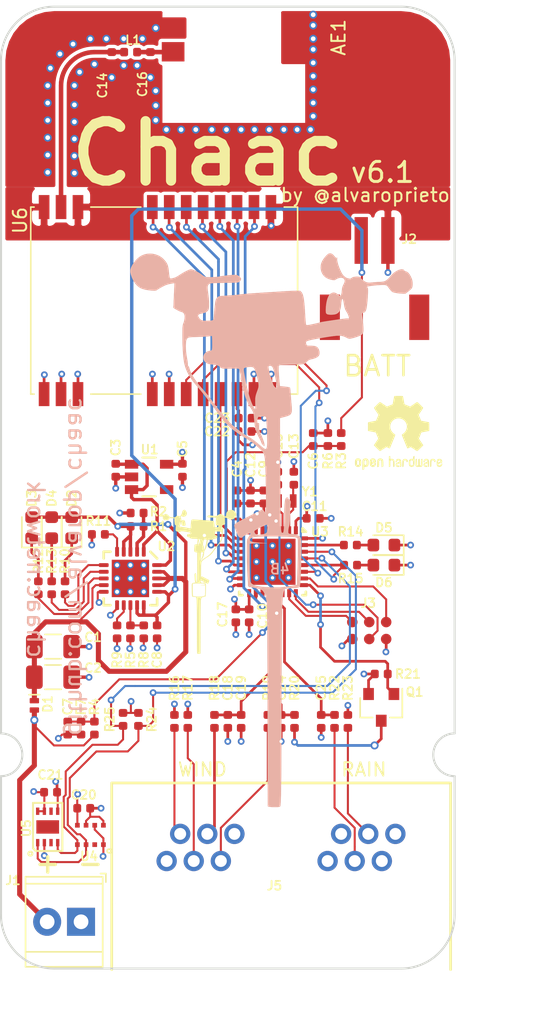
<source format=kicad_pcb>
(kicad_pcb (version 20171130) (host pcbnew 5.1.5+dfsg1-2build2)
  (title_block (title Chaac) (date 2021-02-22) (rev 6.1) (company @alvaroprieto))
  (layers (0 F.Cu signal) (1 GND.Cu power) (2 PWR.Cu power) (31 B.Cu signal) (34 B.Paste user) (35 F.Paste user) (36 B.SilkS user) (37 F.SilkS user) (38 B.Mask user) (39 F.Mask user) (44 Edge.Cuts user))
  (net 0 "")
  (net 1 GND)
  (net 2 +3V3)
  (net 3 /SCL)
  (net 4 /SDA)
  (net 5 /RAIN)
  (net 6 /WDIR)
  (net 7 /WSPEED)
  (net 8 "Net-(U1-Pad4)")
  (net 9 /VBATT)
  (net 10 /BATT)
  (net 11 /LED1)
  (net 12 /SNS_3V3)
  (net 13 /SNS_3V3_EN)
  (net 14 /SWDIO)
  (net 15 /MISO)
  (net 16 /MOSI)
  (net 17 /SCK)
  (net 18 /MCP_VIN)
  (net 19 /VIN)
  (net 20 /VSOLAR)
  (net 21 "Net-(C13-Pad1)")
  (net 22 "Net-(C14-Pad1)")
  (net 23 "Net-(C15-Pad1)")
  (net 24 /SOLAR_IN)
  (net 25 "Net-(D2-Pad1)")
  (net 26 "Net-(D3-Pad1)")
  (net 27 "Net-(D4-Pad1)")
  (net 28 "Net-(D5-Pad2)")
  (net 29 "Net-(D6-Pad2)")
  (net 30 "Net-(J5-Pad1)")
  (net 31 "Net-(J5-Pad2)")
  (net 32 "Net-(J5-Pad3)")
  (net 33 "Net-(J5-Pad4)")
  (net 34 "Net-(J5-Pad5)")
  (net 35 "Net-(J5-Pad6)")
  (net 36 "Net-(J5-Pad7)")
  (net 37 "Net-(J5-Pad8)")
  (net 38 "Net-(J5-Pad9)")
  (net 39 "Net-(J5-Pad10)")
  (net 40 "Net-(J5-Pad11)")
  (net 41 "Net-(J5-Pad12)")
  (net 42 "Net-(R1-Pad2)")
  (net 43 "Net-(R5-Pad2)")
  (net 44 "Net-(R9-Pad2)")
  (net 45 "Net-(R10-Pad1)")
  (net 46 "Net-(R11-Pad1)")
  (net 47 "Net-(R12-Pad1)")
  (net 48 "Net-(R13-Pad1)")
  (net 49 "Net-(U4-Pad2)")
  (net 50 "Net-(U5-Pad6)")
  (net 51 "Net-(U5-Pad3)")
  (net 52 /SWO)
  (net 53 /SWCLK)
  (net 54 /NRST)
  (net 55 /RADIO_DIO1)
  (net 56 /RADIO_CS)
  (net 57 "Net-(AE1-Pad1)")
  (net 58 "Net-(U3-Pad19)")
  (net 59 /RADIO_BUSY)
  (net 60 /RADIO_TXEN)
  (net 61 /RADIO_RXEN)
  (net 62 "Net-(U3-Pad22)")
  (net 63 /RADIO_NRST)
  (net 64 /RADIO_DIO2)
  (module alvarop:UFQFPN32-ALT (layer F.Cu) (at 125.35 159.55 270)
    (fp_text reference U3 (at -2.25 -3.55) (layer F.SilkS) (effects (font (size 0.66 0.66) (thickness 0.13))))
    (fp_text value STM32L412K)
    (pad 32 smd rect (at -1.75 -2.35 90) (size 0.3 0.6) (layers F.Cu F.Paste F.Mask) (net 1 GND))
    (pad 31 smd rect (at -1.25 -2.35 90) (size 0.3 0.6) (layers F.Cu F.Paste F.Mask) (net 11 /LED1))
    (pad 30 smd rect (at -0.75 -2.35 270) (size 0.3 0.6) (layers F.Cu F.Paste F.Mask) (net 4 /SDA))
    (pad 29 smd rect (at -0.25 -2.35 90) (size 0.3 0.6) (layers F.Cu F.Paste F.Mask) (net 3 /SCL))
    (pad 28 smd rect (at 0.25 -2.35 90) (size 0.3 0.6) (layers F.Cu F.Paste F.Mask) (net 60 /RADIO_TXEN))
    (pad 27 smd rect (at 0.75 -2.35 90) (size 0.3 0.6) (layers F.Cu F.Paste F.Mask) (net 61 /RADIO_RXEN))
    (pad 26 smd rect (at 1.25 -2.35 90) (size 0.3 0.6) (layers F.Cu F.Paste F.Mask) (net 52 /SWO))
    (pad 25 smd rect (at 1.75 -2.35 90) (size 0.3 0.6) (layers F.Cu F.Paste F.Mask) (net 13 /SNS_3V3_EN))
    (pad 24 smd rect (at 2.35 -1.75) (size 0.3 0.6) (layers F.Cu F.Paste F.Mask) (net 53 /SWCLK))
    (pad 23 smd rect (at 2.35 -1.25) (size 0.3 0.6) (layers F.Cu F.Paste F.Mask) (net 14 /SWDIO))
    (pad 22 smd rect (at 2.35 -0.75) (size 0.3 0.6) (layers F.Cu F.Paste F.Mask) (net 62 "Net-(U3-Pad22)"))
    (pad 21 smd rect (at 2.35 -0.25) (size 0.3 0.6) (layers F.Cu F.Paste F.Mask) (net 5 /RAIN))
    (pad 20 smd rect (at 2.35 0.25) (size 0.3 0.6) (layers F.Cu F.Paste F.Mask) (net 7 /WSPEED))
    (pad 19 smd rect (at 2.35 0.75) (size 0.3 0.6) (layers F.Cu F.Paste F.Mask) (net 58 "Net-(U3-Pad19)"))
    (pad 18 smd rect (at 2.35 1.25) (size 0.3 0.6) (layers F.Cu F.Paste F.Mask) (net 55 /RADIO_DIO1))
    (pad 17 smd rect (at 2.35 1.75) (size 0.3 0.6) (layers F.Cu F.Paste F.Mask) (net 2 +3V3))
    (pad 16 smd rect (at 1.75 2.35 90) (size 0.3 0.6) (layers F.Cu F.Paste F.Mask) (net 1 GND))
    (pad 15 smd rect (at 1.25 2.35 90) (size 0.3 0.6) (layers F.Cu F.Paste F.Mask) (net 59 /RADIO_BUSY))
    (pad 14 smd rect (at 0.75 2.35 90) (size 0.3 0.6) (layers F.Cu F.Paste F.Mask) (net 63 /RADIO_NRST))
    (pad 13 smd rect (at 0.25 2.35 90) (size 0.3 0.6) (layers F.Cu F.Paste F.Mask) (net 16 /MOSI))
    (pad 12 smd rect (at -0.25 2.35 90) (size 0.3 0.6) (layers F.Cu F.Paste F.Mask) (net 15 /MISO))
    (pad 11 smd rect (at -0.75 2.35 90) (size 0.3 0.6) (layers F.Cu F.Paste F.Mask) (net 17 /SCK))
    (pad 10 smd rect (at -1.25 2.35 270) (size 0.3 0.6) (layers F.Cu F.Paste F.Mask) (net 56 /RADIO_CS))
    (pad 9 smd rect (at -1.75 2.35 90) (size 0.3 0.6) (layers F.Cu F.Paste F.Mask) (net 64 /RADIO_DIO2))
    (pad 8 smd rect (at -2.35 1.75) (size 0.3 0.6) (layers F.Cu F.Paste F.Mask) (net 10 /BATT))
    (pad 7 smd rect (at -2.35 1.25) (size 0.3 0.6) (layers F.Cu F.Paste F.Mask) (net 20 /VSOLAR))
    (pad 6 smd rect (at -2.35 0.75) (size 0.3 0.6) (layers F.Cu F.Paste F.Mask) (net 6 /WDIR))
    (pad 5 smd rect (at -2.35 0.25) (size 0.3 0.6) (layers F.Cu F.Paste F.Mask) (net 2 +3V3))
    (pad 4 smd rect (at -2.35 -0.25) (size 0.3 0.6) (layers F.Cu F.Paste F.Mask) (net 54 /NRST))
    (pad 3 smd rect (at -2.35 -0.75) (size 0.3 0.6) (layers F.Cu F.Paste F.Mask) (net 23 "Net-(C15-Pad1)"))
    (pad 2 smd rect (at -2.35 -1.25) (size 0.3 0.6) (layers F.Cu F.Paste F.Mask) (net 21 "Net-(C13-Pad1)"))
    (pad 1 smd rect (at -2.35 -1.75) (size 0.3 0.6) (layers F.Cu F.Paste F.Mask) (net 2 +3V3))
    (pad 32 smd rect (at 0 0 270) (size 3.45 3.45) (layers F.Cu F.Mask) (net 1 GND))
    (pad 32 thru_hole circle (at 1.2 -1.2 270) (size 0.508 0.508) (drill 0.254) (layers *.Cu) (net 1 GND))
    (pad 32 thru_hole circle (at 0 -1.2 270) (size 0.508 0.508) (drill 0.254) (layers *.Cu) (net 1 GND))
    (pad 32 thru_hole circle (at -1.2 -1.2 270) (size 0.508 0.508) (drill 0.254) (layers *.Cu) (net 1 GND))
    (pad 32 thru_hole circle (at 0 0 270) (size 0.508 0.508) (drill 0.254) (layers *.Cu) (net 1 GND))
    (pad 32 thru_hole circle (at 1.2 0 270) (size 0.508 0.508) (drill 0.254) (layers *.Cu) (net 1 GND))
    (pad 32 thru_hole circle (at -1.2 0 270) (size 0.508 0.508) (drill 0.254) (layers *.Cu) (net 1 GND))
    (pad 32 thru_hole circle (at -1.2 1.2 270) (size 0.508 0.508) (drill 0.254) (layers *.Cu) (net 1 GND))
    (pad 32 thru_hole circle (at 1.2 1.2 270) (size 0.508 0.508) (drill 0.254) (layers *.Cu) (net 1 GND))
    (pad 32 thru_hole circle (at 0 1.2 270) (size 0.508 0.508) (drill 0.254) (layers *.Cu) (net 1 GND))
  )
  (module alvarop:W3211 (layer F.Cu) (at 122.45 120.5 180)
    (fp_text reference AE1 (at -7.85 0.2 90) (layer F.SilkS))
    (fp_text value Antenna_Chip)
    (pad 2 smd rect (at -4.55 0 180) (size 1.7 3.2) (layers F.Cu F.Paste F.Mask) (net 1 GND))
    (pad 2 smd rect (at 4.55 0.875 180) (size 1.7 1.45) (layers F.Cu F.Paste F.Mask) (net 1 GND))
    (pad 1 smd rect (at 4.55 -0.875 180) (size 1.7 1.45) (layers F.Cu F.Paste F.Mask) (net 57 "Net-(AE1-Pad1)"))
  )
  (module alvarop:E22-X00M22S (layer F.Cu) (at 108.23 147 180)
    (fp_text reference U6 (at 1.8 13 90) (layer F.SilkS))
    (fp_text value E22-X00M22S)
    (pad 22 smd rect (at 0 14 180) (size 0.8 1.8) (layers F.Cu F.Paste F.Mask) (net 1 GND))
    (pad 21 smd rect (at -1.27 14 180) (size 0.8 1.8) (layers F.Cu F.Paste F.Mask) (net 22 "Net-(C14-Pad1)"))
    (pad 20 smd rect (at -2.54 14 180) (size 0.8 1.8) (layers F.Cu F.Paste F.Mask) (net 1 GND))
    (pad 19 smd rect (at -8.11 14 180) (size 0.8 1.8) (layers F.Cu F.Paste F.Mask) (net 56 /RADIO_CS))
    (pad 18 smd rect (at -9.38 14 180) (size 0.8 1.8) (layers F.Cu F.Paste F.Mask) (net 17 /SCK))
    (pad 17 smd rect (at -10.65 14 180) (size 0.8 1.8) (layers F.Cu F.Paste F.Mask) (net 16 /MOSI))
    (pad 16 smd rect (at -11.92 14 180) (size 0.8 1.8) (layers F.Cu F.Paste F.Mask) (net 15 /MISO))
    (pad 15 smd rect (at -13.19 14 180) (size 0.8 1.8) (layers F.Cu F.Paste F.Mask) (net 63 /RADIO_NRST))
    (pad 14 smd rect (at -14.46 14 180) (size 0.8 1.8) (layers F.Cu F.Paste F.Mask) (net 59 /RADIO_BUSY))
    (pad 13 smd rect (at -15.73 14 180) (size 0.8 1.8) (layers F.Cu F.Paste F.Mask) (net 55 /RADIO_DIO1))
    (pad 12 smd rect (at -17 14 180) (size 0.8 1.8) (layers F.Cu F.Paste F.Mask) (net 1 GND))
    (pad 11 smd rect (at -17 0 180) (size 0.8 1.8) (layers F.Cu F.Paste F.Mask) (net 1 GND))
    (pad 10 smd rect (at -15.73 0 180) (size 0.8 1.8) (layers F.Cu F.Paste F.Mask) (net 1 GND))
    (pad 9 smd rect (at -14.46 0 180) (size 0.8 1.8) (layers F.Cu F.Paste F.Mask) (net 2 +3V3))
    (pad 8 smd rect (at -13.19 0 180) (size 0.8 1.8) (layers F.Cu F.Paste F.Mask) (net 64 /RADIO_DIO2))
    (pad 7 smd rect (at -11.92 0 180) (size 0.8 1.8) (layers F.Cu F.Paste F.Mask) (net 60 /RADIO_TXEN))
    (pad 6 smd rect (at -10.65 0 180) (size 0.8 1.8) (layers F.Cu F.Paste F.Mask) (net 61 /RADIO_RXEN))
    (pad 5 smd rect (at -9.38 0 180) (size 0.8 1.8) (layers F.Cu F.Paste F.Mask) (net 1 GND))
    (pad 4 smd rect (at -8.11 0 180) (size 0.8 1.8) (layers F.Cu F.Paste F.Mask) (net 1 GND))
    (pad 3 smd rect (at -2.54 0 180) (size 0.8 1.8) (layers F.Cu F.Paste F.Mask) (net 1 GND))
    (pad 2 smd rect (at -1.27 0 180) (size 0.8 1.8) (layers F.Cu F.Paste F.Mask) (net 1 GND))
    (pad 1 smd rect (at 0 0 180) (size 0.8 1.8) (layers F.Cu F.Paste F.Mask) (net 1 GND))
  )
  (module alvarop:MCP73871 (layer F.Cu) (at 114.7 160.8 90)
    (fp_text reference U2 (at 2.4 2.7 180) (layer F.SilkS) (effects (font (size 0.66 0.66) (thickness 0.13))))
    (fp_text value MCP73871)
    (pad 21 thru_hole circle (at 0 -1 90) (size 0.5 0.5) (drill 0.3) (layers *.Cu) (net 1 GND))
    (pad 21 thru_hole circle (at 1 -1 90) (size 0.5 0.5) (drill 0.3) (layers *.Cu) (net 1 GND))
    (pad 21 thru_hole circle (at -1 -1 90) (size 0.5 0.5) (drill 0.3) (layers *.Cu) (net 1 GND))
    (pad 21 thru_hole circle (at 1 0 90) (size 0.5 0.5) (drill 0.3) (layers *.Cu) (net 1 GND))
    (pad 21 thru_hole circle (at -1 0 90) (size 0.5 0.5) (drill 0.3) (layers *.Cu) (net 1 GND))
    (pad 21 thru_hole circle (at 0 0 90) (size 0.5 0.5) (drill 0.3) (layers *.Cu) (net 1 GND))
    (pad 21 thru_hole circle (at 1 1 90) (size 0.5 0.5) (drill 0.3) (layers *.Cu) (net 1 GND))
    (pad 21 thru_hole circle (at 0 1 90) (size 0.5 0.5) (drill 0.3) (layers *.Cu) (net 1 GND))
    (pad 21 thru_hole circle (at -1 1 90) (size 0.5 0.5) (drill 0.3) (layers *.Cu) (net 1 GND))
    (pad 21 smd rect (at 0 0 90) (size 2.8 2.8) (layers F.Cu F.Mask) (net 1 GND))
    (pad 1 smd roundrect (at 2 1 90) (size 0.73 0.29) (layers F.Cu F.Paste F.Mask) (net 19 /VIN))
    (pad 2 smd roundrect (at 2 0.5 90) (size 0.73 0.29) (layers F.Cu F.Paste F.Mask) (net 42 "Net-(R1-Pad2)"))
    (pad 3 smd roundrect (at 2 0 90) (size 0.73 0.29) (layers F.Cu F.Paste F.Mask) (net 18 /MCP_VIN))
    (pad 4 smd roundrect (at 2 -0.5 90) (size 0.73 0.29) (layers F.Cu F.Paste F.Mask) (net 18 /MCP_VIN))
    (pad 5 smd roundrect (at 2 -1 90) (size 0.73 0.29) (layers F.Cu F.Paste F.Mask) (net 46 "Net-(R11-Pad1)"))
    (pad 11 smd roundrect (at -2 -1 90) (size 0.73 0.29) (layers F.Cu F.Paste F.Mask) (net 1 GND))
    (pad 12 smd roundrect (at -2 -0.5 90) (size 0.73 0.29) (layers F.Cu F.Paste F.Mask) (net 44 "Net-(R9-Pad2)"))
    (pad 13 smd roundrect (at -2 0 90) (size 0.73 0.29) (layers F.Cu F.Paste F.Mask) (net 43 "Net-(R5-Pad2)"))
    (pad 14 smd roundrect (at -2 0.5 90) (size 0.73 0.29) (layers F.Cu F.Paste F.Mask) (net 9 /VBATT))
    (pad 15 smd roundrect (at -2 1 90) (size 0.73 0.29) (layers F.Cu F.Paste F.Mask) (net 9 /VBATT))
    (pad 6 smd roundrect (at 1 -2 180) (size 0.73 0.29) (layers F.Cu F.Paste F.Mask) (net 45 "Net-(R10-Pad1)"))
    (pad 7 smd roundrect (at 0.5 -2 180) (size 0.73 0.29) (layers F.Cu F.Paste F.Mask) (net 48 "Net-(R13-Pad1)"))
    (pad 8 smd roundrect (at 0 -2 180) (size 0.73 0.29) (layers F.Cu F.Paste F.Mask) (net 47 "Net-(R12-Pad1)"))
    (pad 9 smd roundrect (at -0.5 -2 180) (size 0.73 0.29) (layers F.Cu F.Paste F.Mask) (net 18 /MCP_VIN))
    (pad 10 smd roundrect (at -1 -2 180) (size 0.73 0.29) (layers F.Cu F.Paste F.Mask) (net 1 GND))
    (pad 16 smd roundrect (at -1 2 180) (size 0.73 0.29) (layers F.Cu F.Paste F.Mask) (net 9 /VBATT))
    (pad 17 smd roundrect (at -0.5 2 180) (size 0.73 0.29) (layers F.Cu F.Paste F.Mask) (net 18 /MCP_VIN))
    (pad 18 smd roundrect (at 0 2 180) (size 0.73 0.29) (layers F.Cu F.Paste F.Mask) (net 18 /MCP_VIN))
    (pad 19 smd roundrect (at 0.5 2 180) (size 0.73 0.29) (layers F.Cu F.Paste F.Mask) (net 18 /MCP_VIN))
    (pad 20 smd roundrect (at 1 2 180) (size 0.73 0.29) (layers F.Cu F.Paste F.Mask) (net 19 /VIN))
  )
  (module alvarop:SHT3x (layer F.Cu) (at 108.5 179.4 90)
    (fp_text reference U5 (at -0.1 -1.6 90) (layer F.SilkS) (effects (font (size 0.66 0.66) (thickness 0.13))))
    (fp_text value SHT3x-DIS)
    (pad "" smd rect (at 0 0 90) (size 1 1.7) (layers F.Cu F.Mask))
    (pad 8 smd rect (at 1.175 -0.75 90) (size 0.55 0.25) (layers F.Cu F.Mask) (net 1 GND))
    (pad 7 smd rect (at 1.175 -0.25 90) (size 0.55 0.25) (layers F.Cu F.Mask) (net 1 GND))
    (pad 6 smd rect (at 1.175 0.25 90) (size 0.55 0.25) (layers F.Cu F.Mask) (net 50 "Net-(U5-Pad6)"))
    (pad 5 smd rect (at 1.175 0.75 90) (size 0.55 0.25) (layers F.Cu F.Mask) (net 2 +3V3))
    (pad 4 smd rect (at -1.175 0.75 90) (size 0.55 0.25) (layers F.Cu F.Mask) (net 3 /SCL))
    (pad 3 smd rect (at -1.175 0.25 90) (size 0.55 0.25) (layers F.Cu F.Mask) (net 51 "Net-(U5-Pad3)"))
    (pad 2 smd rect (at -1.175 -0.25 90) (size 0.55 0.25) (layers F.Cu F.Mask) (net 1 GND))
    (pad 1 smd rect (at -1.175 -0.75 90) (size 0.55 0.25) (layers F.Cu F.Mask) (net 4 /SDA))
  )
  (module alvarop:S2B-PH-SM4-TB (layer F.Cu) (at 133 135.5 180)
    (fp_text reference J2 (at -2.6 0.1 180) (layer F.SilkS) (effects (font (size 0.66 0.66) (thickness 0.13))))
    (fp_text value Battery)
    (pad "" smd rect (at 3.35 -5.75 180) (size 1.5 3.4) (layers F.Cu F.Paste F.Mask))
    (pad "" smd rect (at -3.35 -5.75 180) (size 1.5 3.4) (layers F.Cu F.Paste F.Mask))
    (pad 2 smd rect (at -1 0 180) (size 1 3.5) (layers F.Cu F.Paste F.Mask) (net 1 GND))
    (pad 1 smd rect (at 1 0 180) (size 1 3.5) (layers F.Cu F.Paste F.Mask) (net 9 /VBATT))
  )
  (module alvarop:weather_station_tiny (layer F.Cu) (at 119.9 161)
    (fp_text reference G*** hide)
    (fp_text value LOGO hide)
  )
  (module alvarop:weather_station (layer B.Cu) (at 125.2 157 180)
    (fp_text reference G*** hide)
    (fp_text value LOGO hide)
  )
  (module Symbol:OSHW-Logo2_7.3x6mm_SilkScreen (layer F.Cu) (at 134.8 149.9)
    (fp_text reference REF** hide)
    (fp_text value OSHW-Logo2_7.3x6mm_SilkScreen hide)
  )
  (module Capacitor_SMD:C_0402_1005Metric (layer F.Cu) (at 113.6 152.7 90)
    (fp_text reference C3 (at 1.7 0 90) (layer F.SilkS) (effects (font (size 0.66 0.66) (thickness 0.13))))
    (fp_text value 4.7uF)
    (pad 2 smd roundrect (at 0.485 0 90) (size 0.59 0.64) (layers F.Cu F.Paste F.Mask) (net 19 /VIN))
    (pad 1 smd roundrect (at -0.485 0 90) (size 0.59 0.64) (layers F.Cu F.Paste F.Mask) (net 1 GND))
  )
  (module Capacitor_SMD:C_1206_3216Metric (layer F.Cu) (at 108.9 168.19)
    (fp_text reference C2 (at 3 -0.69 180) (layer F.SilkS) (effects (font (size 0.66 0.66) (thickness 0.13))))
    (fp_text value 47uF)
    (pad 2 smd roundrect (at 1.4 0) (size 1.25 1.75) (layers F.Cu F.Paste F.Mask) (roundrect_rratio 0.2) (net 1 GND))
    (pad 1 smd roundrect (at -1.4 0) (size 1.25 1.75) (layers F.Cu F.Paste F.Mask) (roundrect_rratio 0.2) (net 18 /MCP_VIN))
  )
  (module Capacitor_SMD:C_1206_3216Metric (layer F.Cu) (at 108.9 165.9)
    (fp_text reference C1 (at 3 -0.7) (layer F.SilkS) (effects (font (size 0.66 0.66) (thickness 0.13))))
    (fp_text value 47uF)
    (pad 2 smd roundrect (at 1.4 0) (size 1.25 1.75) (layers F.Cu F.Paste F.Mask) (roundrect_rratio 0.2) (net 1 GND))
    (pad 1 smd roundrect (at -1.4 0) (size 1.25 1.75) (layers F.Cu F.Paste F.Mask) (roundrect_rratio 0.2) (net 18 /MCP_VIN))
  )
  (module Inductor_SMD:L_0402_1005Metric (layer F.Cu) (at 114.715 121.4)
    (fp_text reference L1 (at 0.185 -0.9) (layer F.SilkS) (effects (font (size 0.66 0.66) (thickness 0.13))))
    (fp_text value 0)
    (pad 2 smd roundrect (at 0.485 0) (size 0.59 0.64) (layers F.Cu F.Paste F.Mask) (net 57 "Net-(AE1-Pad1)"))
    (pad 1 smd roundrect (at -0.485 0) (size 0.59 0.64) (layers F.Cu F.Paste F.Mask) (net 22 "Net-(C14-Pad1)"))
  )
  (module Capacitor_SMD:C_0402_1005Metric (layer F.Cu) (at 116.2 121.885 270)
    (fp_text reference C16 (at 1.915 0.6 90) (layer F.SilkS) (effects (font (size 0.66 0.66) (thickness 0.13))))
    (fp_text value DNP)
    (pad 2 smd roundrect (at 0.485 0 270) (size 0.59 0.64) (layers F.Cu F.Paste F.Mask) (net 1 GND))
    (pad 1 smd roundrect (at -0.485 0 270) (size 0.59 0.64) (layers F.Cu F.Paste F.Mask) (net 57 "Net-(AE1-Pad1)"))
  )
  (module Capacitor_SMD:C_0402_1005Metric (layer F.Cu) (at 113.3 121.885 270)
    (fp_text reference C14 (at 2.015 0.7 90) (layer F.SilkS) (effects (font (size 0.66 0.66) (thickness 0.13))))
    (fp_text value DNP)
    (pad 2 smd roundrect (at 0.485 0 270) (size 0.59 0.64) (layers F.Cu F.Paste F.Mask) (net 1 GND))
    (pad 1 smd roundrect (at -0.485 0 270) (size 0.59 0.64) (layers F.Cu F.Paste F.Mask) (net 22 "Net-(C14-Pad1)"))
  )
  (module alvarop:ABS05 (layer F.Cu) (at 126.35 155)
    (fp_text reference Y1 (at 1.8 -0.7) (layer F.SilkS) (effects (font (size 0.66 0.66) (thickness 0.13))))
    (fp_text value 32.768kHz)
    (pad 2 smd rect (at 0.55 0) (size 0.5 1) (layers F.Cu F.Paste F.Mask) (net 21 "Net-(C13-Pad1)"))
    (pad 1 smd rect (at -0.55 0) (size 0.5 1) (layers F.Cu F.Paste F.Mask) (net 23 "Net-(C15-Pad1)"))
  )
  (module Resistor_SMD:R_0402_1005Metric (layer F.Cu) (at 114.15 171.35 90)
    (fp_text reference R25 (at 0 -1 90) (layer F.SilkS) (effects (font (size 0.66 0.66) (thickness 0.13))))
    (fp_text value 10k)
    (pad 2 smd roundrect (at 0.485 0 90) (size 0.59 0.64) (layers F.Cu F.Paste F.Mask) (net 2 +3V3))
    (pad 1 smd roundrect (at -0.485 0 90) (size 0.59 0.64) (layers F.Cu F.Paste F.Mask) (net 3 /SCL))
  )
  (module Resistor_SMD:R_0402_1005Metric (layer F.Cu) (at 115.3 171.35 90)
    (fp_text reference R24 (at 0 1 90) (layer F.SilkS) (effects (font (size 0.66 0.66) (thickness 0.13))))
    (fp_text value 10k)
    (pad 2 smd roundrect (at 0.485 0 90) (size 0.59 0.64) (layers F.Cu F.Paste F.Mask) (net 2 +3V3))
    (pad 1 smd roundrect (at -0.485 0 90) (size 0.59 0.64) (layers F.Cu F.Paste F.Mask) (net 4 /SDA))
  )
  (module alvarop:TC2030-NL (layer F.Cu) (at 132.6 164.7)
    (fp_text reference J3 (at -0.070711 -2.05061) (layer F.SilkS) (effects (font (size 0.66 0.66) (thickness 0.13))))
    (fp_text value TC2030-CTX)
    (pad "" np_thru_hole circle (at -2.54 0) (size 0.9906 0.9906) (drill 0.9906) (layers *.Cu *.Mask))
    (pad "" np_thru_hole circle (at 2.54 -1.016) (size 0.9906 0.9906) (drill 0.9906) (layers *.Cu *.Mask))
    (pad "" np_thru_hole circle (at 2.54 1.016) (size 0.9906 0.9906) (drill 0.9906) (layers *.Cu *.Mask))
    (pad 6 smd circle (at 1.27 -0.635) (size 0.7874 0.7874) (layers F.Cu F.Mask) (net 52 /SWO))
    (pad 5 smd circle (at 1.27 0.635) (size 0.7874 0.7874) (layers F.Cu F.Mask) (net 1 GND))
    (pad 4 smd circle (at 0 -0.635) (size 0.7874 0.7874) (layers F.Cu F.Mask) (net 53 /SWCLK))
    (pad 3 smd circle (at 0 0.635) (size 0.7874 0.7874) (layers F.Cu F.Mask) (net 54 /NRST))
    (pad 2 smd circle (at -1.27 -0.635) (size 0.7874 0.7874) (layers F.Cu F.Mask) (net 14 /SWDIO))
    (pad 1 smd circle (at -1.27 0.635) (size 0.7874 0.7874) (layers F.Cu F.Mask) (net 2 +3V3))
  )
  (module Capacitor_SMD:C_0402_1005Metric (layer F.Cu) (at 122.6 163.6 90)
    (fp_text reference C17 (at 0.1 -1 90) (layer F.SilkS) (effects (font (size 0.66 0.66) (thickness 0.13))))
    (fp_text value 0.1uF)
    (pad 2 smd roundrect (at 0.485 0 90) (size 0.59 0.64) (layers F.Cu F.Paste F.Mask) (net 2 +3V3))
    (pad 1 smd roundrect (at -0.485 0 90) (size 0.59 0.64) (layers F.Cu F.Paste F.Mask) (net 1 GND))
  )
  (module Capacitor_SMD:C_0402_1005Metric (layer F.Cu) (at 125.75 153.3 90)
    (fp_text reference C15 (at 2.4 0 90) (layer F.SilkS) (effects (font (size 0.66 0.66) (thickness 0.13))))
    (fp_text value 12pF)
    (pad 2 smd roundrect (at 0.485 0 90) (size 0.59 0.64) (layers F.Cu F.Paste F.Mask) (net 1 GND))
    (pad 1 smd roundrect (at -0.485 0 90) (size 0.59 0.64) (layers F.Cu F.Paste F.Mask) (net 23 "Net-(C15-Pad1)"))
  )
  (module Capacitor_SMD:C_0402_1005Metric (layer F.Cu) (at 126.95 153.3 90)
    (fp_text reference C13 (at 2.4 0 90) (layer F.SilkS) (effects (font (size 0.66 0.66) (thickness 0.13))))
    (fp_text value 12pF)
    (pad 2 smd roundrect (at 0.485 0 90) (size 0.59 0.64) (layers F.Cu F.Paste F.Mask) (net 1 GND))
    (pad 1 smd roundrect (at -0.485 0 90) (size 0.59 0.64) (layers F.Cu F.Paste F.Mask) (net 21 "Net-(C13-Pad1)"))
  )
  (module Capacitor_SMD:C_0402_1005Metric (layer F.Cu) (at 123.7 154.7 270)
    (fp_text reference C12 (at -2.4 0 90) (layer F.SilkS) (effects (font (size 0.66 0.66) (thickness 0.13))))
    (fp_text value 0.1uF)
    (pad 2 smd roundrect (at 0.485 0 270) (size 0.59 0.64) (layers F.Cu F.Paste F.Mask) (net 2 +3V3))
    (pad 1 smd roundrect (at -0.485 0 270) (size 0.59 0.64) (layers F.Cu F.Paste F.Mask) (net 1 GND))
  )
  (module Capacitor_SMD:C_0402_1005Metric (layer F.Cu) (at 128.4 156.3 180)
    (fp_text reference C11 (at -0.1 0.9) (layer F.SilkS) (effects (font (size 0.66 0.66) (thickness 0.13))))
    (fp_text value 0.1uF)
    (pad 2 smd roundrect (at 0.485 0 180) (size 0.59 0.64) (layers F.Cu F.Paste F.Mask) (net 2 +3V3))
    (pad 1 smd roundrect (at -0.485 0 180) (size 0.59 0.64) (layers F.Cu F.Paste F.Mask) (net 1 GND))
  )
  (module Capacitor_SMD:C_0402_1005Metric (layer F.Cu) (at 123.6 163.6 90)
    (fp_text reference C10 (at 0 1 90) (layer F.SilkS) (effects (font (size 0.66 0.66) (thickness 0.13))))
    (fp_text value 4.7uF)
    (pad 2 smd roundrect (at 0.485 0 90) (size 0.59 0.64) (layers F.Cu F.Paste F.Mask) (net 2 +3V3))
    (pad 1 smd roundrect (at -0.485 0 90) (size 0.59 0.64) (layers F.Cu F.Paste F.Mask) (net 1 GND))
  )
  (module Capacitor_SMD:C_0402_1005Metric (layer F.Cu) (at 124.7 154.7 270)
    (fp_text reference C9 (at -2.1 0 90) (layer F.SilkS) (effects (font (size 0.66 0.66) (thickness 0.13))))
    (fp_text value 1uF)
    (pad 2 smd roundrect (at 0.485 0 270) (size 0.59 0.64) (layers F.Cu F.Paste F.Mask) (net 2 +3V3))
    (pad 1 smd roundrect (at -0.485 0 270) (size 0.59 0.64) (layers F.Cu F.Paste F.Mask) (net 1 GND))
  )
  (module Capacitor_SMD:C_0402_1005Metric (layer F.Cu) (at 110 172 270)
    (fp_text reference C7 (at -1.6 0 90) (layer F.SilkS) (effects (font (size 0.66 0.66) (thickness 0.13))))
    (fp_text value 0.1uF)
    (pad 2 smd roundrect (at 0.485 0 270) (size 0.59 0.64) (layers F.Cu F.Paste F.Mask) (net 1 GND))
    (pad 1 smd roundrect (at -0.485 0 270) (size 0.59 0.64) (layers F.Cu F.Paste F.Mask) (net 20 /VSOLAR))
  )
  (module Capacitor_SMD:C_0402_1005Metric (layer F.Cu) (at 122.7 154.7 90)
    (fp_text reference C4 (at 2.1 0 90) (layer F.SilkS) (effects (font (size 0.66 0.66) (thickness 0.13))))
    (fp_text value "0.01 uF")
    (pad 2 smd roundrect (at 0.485 0 90) (size 0.59 0.64) (layers F.Cu F.Paste F.Mask) (net 1 GND))
    (pad 1 smd roundrect (at -0.485 0 90) (size 0.59 0.64) (layers F.Cu F.Paste F.Mask) (net 2 +3V3))
  )
  (module Resistor_SMD:R_0402_1005Metric (layer F.Cu) (at 112 172 270)
    (fp_text reference R4 (at -1.6 0 90) (layer F.SilkS) (effects (font (size 0.66 0.66) (thickness 0.13))))
    (fp_text value 1M)
    (pad 2 smd roundrect (at 0.485 0 270) (size 0.59 0.64) (layers F.Cu F.Paste F.Mask) (net 24 /SOLAR_IN))
    (pad 1 smd roundrect (at -0.485 0 270) (size 0.59 0.64) (layers F.Cu F.Paste F.Mask) (net 20 /VSOLAR))
  )
  (module Resistor_SMD:R_0402_1005Metric (layer F.Cu) (at 111 172 90)
    (fp_text reference R7 (at 1.6 0 90) (layer F.SilkS) (effects (font (size 0.66 0.66) (thickness 0.13))))
    (fp_text value 1M)
    (pad 2 smd roundrect (at 0.485 0 90) (size 0.59 0.64) (layers F.Cu F.Paste F.Mask) (net 20 /VSOLAR))
    (pad 1 smd roundrect (at -0.485 0 90) (size 0.59 0.64) (layers F.Cu F.Paste F.Mask) (net 1 GND))
  )
  (module Capacitor_SMD:C_0402_1005Metric (layer F.Cu) (at 111.2 178 180)
    (fp_text reference C20 (at 0 1) (layer F.SilkS) (effects (font (size 0.66 0.66) (thickness 0.13))))
    (fp_text value 0.1uF)
    (pad 2 smd roundrect (at 0.485 0 180) (size 0.59 0.64) (layers F.Cu F.Paste F.Mask) (net 1 GND))
    (pad 1 smd roundrect (at -0.485 0 180) (size 0.59 0.64) (layers F.Cu F.Paste F.Mask) (net 2 +3V3))
  )
  (module Resistor_SMD:R_0402_1005Metric (layer F.Cu) (at 131 171.5 90)
    (fp_text reference R23 (at 2.5 0 90) (layer F.SilkS) (effects (font (size 0.66 0.66) (thickness 0.13))))
    (fp_text value 1k)
    (pad 2 smd roundrect (at 0.485 0 90) (size 0.59 0.64) (layers F.Cu F.Paste F.Mask) (net 1 GND))
    (pad 1 smd roundrect (at -0.485 0 90) (size 0.59 0.64) (layers F.Cu F.Paste F.Mask) (net 39 "Net-(J5-Pad10)"))
  )
  (module Resistor_SMD:R_0402_1005Metric (layer F.Cu) (at 130 171.5 270)
    (fp_text reference R22 (at -2.5 0 90) (layer F.SilkS) (effects (font (size 0.66 0.66) (thickness 0.13))))
    (fp_text value 1k)
    (pad 2 smd roundrect (at 0.485 0 270) (size 0.59 0.64) (layers F.Cu F.Paste F.Mask) (net 38 "Net-(J5-Pad9)"))
    (pad 1 smd roundrect (at -0.485 0 270) (size 0.59 0.64) (layers F.Cu F.Paste F.Mask) (net 5 /RAIN))
  )
  (module Resistor_SMD:R_0402_1005Metric (layer F.Cu) (at 133.5 167.95 180)
    (fp_text reference R21 (at -2 0) (layer F.SilkS) (effects (font (size 0.66 0.66) (thickness 0.13))))
    (fp_text value 10k)
    (pad 2 smd roundrect (at 0.485 0 180) (size 0.59 0.64) (layers F.Cu F.Paste F.Mask) (net 2 +3V3))
    (pad 1 smd roundrect (at -0.485 0 180) (size 0.59 0.64) (layers F.Cu F.Paste F.Mask) (net 13 /SNS_3V3_EN))
  )
  (module Resistor_SMD:R_0402_1005Metric (layer F.Cu) (at 125 171.5 90)
    (fp_text reference R19 (at 2.5 0 90) (layer F.SilkS) (effects (font (size 0.66 0.66) (thickness 0.13))))
    (fp_text value 1k)
    (pad 2 smd roundrect (at 0.485 0 90) (size 0.59 0.64) (layers F.Cu F.Paste F.Mask) (net 6 /WDIR))
    (pad 1 smd roundrect (at -0.485 0 90) (size 0.59 0.64) (layers F.Cu F.Paste F.Mask) (net 34 "Net-(J5-Pad5)"))
  )
  (module Resistor_SMD:R_0402_1005Metric (layer F.Cu) (at 121 171.5 270)
    (fp_text reference R18 (at -2.5 0 90) (layer F.SilkS) (effects (font (size 0.66 0.66) (thickness 0.13))))
    (fp_text value 1k)
    (pad 2 smd roundrect (at 0.485 0 270) (size 0.59 0.64) (layers F.Cu F.Paste F.Mask) (net 33 "Net-(J5-Pad4)"))
    (pad 1 smd roundrect (at -0.485 0 270) (size 0.59 0.64) (layers F.Cu F.Paste F.Mask) (net 7 /WSPEED))
  )
  (module Resistor_SMD:R_0402_1005Metric (layer F.Cu) (at 119 171.5 270)
    (fp_text reference R17 (at -2.5 0 90) (layer F.SilkS) (effects (font (size 0.66 0.66) (thickness 0.13))))
    (fp_text value 1k)
    (pad 2 smd roundrect (at 0.485 0 270) (size 0.59 0.64) (layers F.Cu F.Paste F.Mask) (net 32 "Net-(J5-Pad3)"))
    (pad 1 smd roundrect (at -0.485 0 270) (size 0.59 0.64) (layers F.Cu F.Paste F.Mask) (net 1 GND))
  )
  (module Resistor_SMD:R_0402_1005Metric (layer F.Cu) (at 118 171.5 270)
    (fp_text reference R16 (at -2.5 0 90) (layer F.SilkS) (effects (font (size 0.66 0.66) (thickness 0.13))))
    (fp_text value 0)
    (pad 2 smd roundrect (at 0.485 0 270) (size 0.59 0.64) (layers F.Cu F.Paste F.Mask) (net 31 "Net-(J5-Pad2)"))
    (pad 1 smd roundrect (at -0.485 0 270) (size 0.59 0.64) (layers F.Cu F.Paste F.Mask) (net 1 GND))
  )
  (module Resistor_SMD:R_0402_1005Metric (layer F.Cu) (at 131.2 159.8 180)
    (fp_text reference R15 (at 0 -1) (layer F.SilkS) (effects (font (size 0.66 0.66) (thickness 0.13))))
    (fp_text value 10k)
    (pad 2 smd roundrect (at 0.485 0 180) (size 0.59 0.64) (layers F.Cu F.Paste F.Mask) (net 60 /RADIO_TXEN))
    (pad 1 smd roundrect (at -0.485 0 180) (size 0.59 0.64) (layers F.Cu F.Paste F.Mask) (net 29 "Net-(D6-Pad2)"))
  )
  (module Resistor_SMD:R_0402_1005Metric (layer F.Cu) (at 131.185 158.3 180)
    (fp_text reference R14 (at -0.015 1) (layer F.SilkS) (effects (font (size 0.66 0.66) (thickness 0.13))))
    (fp_text value 10k)
    (pad 2 smd roundrect (at 0.485 0 180) (size 0.59 0.64) (layers F.Cu F.Paste F.Mask) (net 11 /LED1))
    (pad 1 smd roundrect (at -0.485 0 180) (size 0.59 0.64) (layers F.Cu F.Paste F.Mask) (net 28 "Net-(D5-Pad2)"))
  )
  (module Resistor_SMD:R_0402_1005Metric (layer F.Cu) (at 129.5 150.4 270)
    (fp_text reference R6 (at 1.6 0 90) (layer F.SilkS) (effects (font (size 0.66 0.66) (thickness 0.13))))
    (fp_text value 1M)
    (pad 2 smd roundrect (at 0.485 0 270) (size 0.59 0.64) (layers F.Cu F.Paste F.Mask) (net 10 /BATT))
    (pad 1 smd roundrect (at -0.485 0 270) (size 0.59 0.64) (layers F.Cu F.Paste F.Mask) (net 1 GND))
  )
  (module Resistor_SMD:R_0402_1005Metric (layer F.Cu) (at 130.5 150.4 90)
    (fp_text reference R3 (at -1.6 0 90) (layer F.SilkS) (effects (font (size 0.66 0.66) (thickness 0.13))))
    (fp_text value 1M)
    (pad 2 smd roundrect (at 0.485 0 90) (size 0.59 0.64) (layers F.Cu F.Paste F.Mask) (net 9 /VBATT))
    (pad 1 smd roundrect (at -0.485 0 90) (size 0.59 0.64) (layers F.Cu F.Paste F.Mask) (net 10 /BATT))
  )
  (module Capacitor_SMD:C_0402_1005Metric (layer F.Cu) (at 129 171.5 90)
    (fp_text reference C25 (at 2.5 0 90) (layer F.SilkS) (effects (font (size 0.66 0.66) (thickness 0.13))))
    (fp_text value 0.1uF)
    (pad 2 smd roundrect (at 0.485 0 90) (size 0.59 0.64) (layers F.Cu F.Paste F.Mask) (net 5 /RAIN))
    (pad 1 smd roundrect (at -0.485 0 90) (size 0.59 0.64) (layers F.Cu F.Paste F.Mask) (net 1 GND))
  )
  (module Capacitor_SMD:C_0402_1005Metric (layer F.Cu) (at 126 171.5 270)
    (fp_text reference C24 (at -2.5 0 90) (layer F.SilkS) (effects (font (size 0.66 0.66) (thickness 0.13))))
    (fp_text value 0.1uF)
    (pad 2 smd roundrect (at 0.485 0 270) (size 0.59 0.64) (layers F.Cu F.Paste F.Mask) (net 1 GND))
    (pad 1 smd roundrect (at -0.485 0 270) (size 0.59 0.64) (layers F.Cu F.Paste F.Mask) (net 6 /WDIR))
  )
  (module Capacitor_SMD:C_0402_1005Metric (layer F.Cu) (at 123.3 148.8)
    (fp_text reference C23 (at -2.085 0) (layer F.SilkS) (effects (font (size 0.66 0.66) (thickness 0.13))))
    (fp_text value 1uF)
    (pad 2 smd roundrect (at 0.485 0) (size 0.59 0.64) (layers F.Cu F.Paste F.Mask) (net 1 GND))
    (pad 1 smd roundrect (at -0.485 0) (size 0.59 0.64) (layers F.Cu F.Paste F.Mask) (net 2 +3V3))
  )
  (module Capacitor_SMD:C_0402_1005Metric (layer F.Cu) (at 123.285 149.8)
    (fp_text reference C22 (at -2.085 0 180) (layer F.SilkS) (effects (font (size 0.66 0.66) (thickness 0.13))))
    (fp_text value 0.1uF)
    (pad 2 smd roundrect (at 0.485 0) (size 0.59 0.64) (layers F.Cu F.Paste F.Mask) (net 1 GND))
    (pad 1 smd roundrect (at -0.485 0) (size 0.59 0.64) (layers F.Cu F.Paste F.Mask) (net 2 +3V3))
  )
  (module Capacitor_SMD:C_0402_1005Metric (layer F.Cu) (at 108.715 176.8 180)
    (fp_text reference C21 (at 0.015 1.3) (layer F.SilkS) (effects (font (size 0.66 0.66) (thickness 0.13))))
    (fp_text value 0.1uF)
    (pad 2 smd roundrect (at 0.485 0 180) (size 0.59 0.64) (layers F.Cu F.Paste F.Mask) (net 1 GND))
    (pad 1 smd roundrect (at -0.485 0 180) (size 0.59 0.64) (layers F.Cu F.Paste F.Mask) (net 2 +3V3))
  )
  (module Capacitor_SMD:C_0402_1005Metric (layer F.Cu) (at 123 171.5 270)
    (fp_text reference C19 (at -2.5 0 90) (layer F.SilkS) (effects (font (size 0.66 0.66) (thickness 0.13))))
    (fp_text value "0.01 uF")
    (pad 2 smd roundrect (at 0.485 0 270) (size 0.59 0.64) (layers F.Cu F.Paste F.Mask) (net 1 GND))
    (pad 1 smd roundrect (at -0.485 0 270) (size 0.59 0.64) (layers F.Cu F.Paste F.Mask) (net 7 /WSPEED))
  )
  (module Capacitor_SMD:C_0402_1005Metric (layer F.Cu) (at 122 171.5 270)
    (fp_text reference C18 (at -2.5 0 90) (layer F.SilkS) (effects (font (size 0.66 0.66) (thickness 0.13))))
    (fp_text value "0.01 uF")
    (pad 2 smd roundrect (at 0.485 0 270) (size 0.59 0.64) (layers F.Cu F.Paste F.Mask) (net 1 GND))
    (pad 1 smd roundrect (at -0.485 0 270) (size 0.59 0.64) (layers F.Cu F.Paste F.Mask) (net 7 /WSPEED))
  )
  (module Capacitor_SMD:C_0402_1005Metric (layer F.Cu) (at 128.4 150.4 90)
    (fp_text reference C6 (at -1.6 0 90) (layer F.SilkS) (effects (font (size 0.66 0.66) (thickness 0.13))))
    (fp_text value 0.1uF)
    (pad 2 smd roundrect (at 0.485 0 90) (size 0.59 0.64) (layers F.Cu F.Paste F.Mask) (net 1 GND))
    (pad 1 smd roundrect (at -0.485 0 90) (size 0.59 0.64) (layers F.Cu F.Paste F.Mask) (net 10 /BATT))
  )
  (module Capacitor_SMD:C_0402_1005Metric (layer F.Cu) (at 118.6 152.7 270)
    (fp_text reference C5 (at -1.6 0 90) (layer F.SilkS) (effects (font (size 0.66 0.66) (thickness 0.13))))
    (fp_text value 1uF)
    (pad 2 smd roundrect (at 0.485 0 270) (size 0.59 0.64) (layers F.Cu F.Paste F.Mask) (net 1 GND))
    (pad 1 smd roundrect (at -0.485 0 270) (size 0.59 0.64) (layers F.Cu F.Paste F.Mask) (net 2 +3V3))
  )
  (module alvarop:DPS368 (layer F.Cu) (at 111.7 180 90)
    (fp_text reference U4 (at -1.6 -0.1) (layer F.SilkS) (effects (font (size 0.66 0.66) (thickness 0.13))))
    (fp_text value DPS368)
    (pad 8 smd rect (at 0.725 0.975 90) (size 0.35 0.35) (layers F.Cu F.Mask) (net 2 +3V3))
    (pad 7 smd rect (at 0.725 0.325 90) (size 0.35 0.35) (layers F.Cu F.Mask) (net 1 GND))
    (pad 6 smd rect (at 0.725 -0.325 90) (size 0.35 0.35) (layers F.Cu F.Mask) (net 2 +3V3))
    (pad 5 smd rect (at 0.725 -0.975 90) (size 0.35 0.35) (layers F.Cu F.Mask) (net 1 GND))
    (pad 4 smd rect (at -0.725 -0.975 90) (size 0.35 0.35) (layers F.Cu F.Mask) (net 3 /SCL))
    (pad 3 smd rect (at -0.725 -0.325 90) (size 0.35 0.35) (layers F.Cu F.Mask) (net 4 /SDA))
    (pad 2 smd rect (at -0.725 0.325 90) (size 0.35 0.35) (layers F.Cu F.Mask) (net 49 "Net-(U4-Pad2)"))
    (pad 1 smd rect (at -0.725 0.975 90) (size 0.35 0.35) (layers F.Cu F.Mask) (net 1 GND))
  )
  (module Resistor_SMD:R_0402_1005Metric (layer F.Cu) (at 127 171.5 90)
    (fp_text reference R20 (at 2.5 0 90) (layer F.SilkS) (effects (font (size 0.66 0.66) (thickness 0.13))))
    (fp_text value 10k)
    (pad 2 smd roundrect (at 0.485 0 90) (size 0.59 0.64) (layers F.Cu F.Paste F.Mask) (net 6 /WDIR))
    (pad 1 smd roundrect (at -0.485 0 90) (size 0.59 0.64) (layers F.Cu F.Paste F.Mask) (net 12 /SNS_3V3))
  )
  (module Resistor_SMD:R_0402_1005Metric (layer F.Cu) (at 108.8 161.5 90)
    (fp_text reference R13 (at 2 0 90) (layer F.SilkS) (effects (font (size 0.66 0.66) (thickness 0.13))))
    (fp_text value 10k)
    (pad 2 smd roundrect (at 0.485 0 90) (size 0.59 0.64) (layers F.Cu F.Paste F.Mask) (net 27 "Net-(D4-Pad1)"))
    (pad 1 smd roundrect (at -0.485 0 90) (size 0.59 0.64) (layers F.Cu F.Paste F.Mask) (net 48 "Net-(R13-Pad1)"))
  )
  (module Resistor_SMD:R_0402_1005Metric (layer F.Cu) (at 107.8 161.5 90)
    (fp_text reference R12 (at 2 0 90) (layer F.SilkS) (effects (font (size 0.66 0.66) (thickness 0.13))))
    (fp_text value 10k)
    (pad 2 smd roundrect (at 0.485 0 90) (size 0.59 0.64) (layers F.Cu F.Paste F.Mask) (net 26 "Net-(D3-Pad1)"))
    (pad 1 smd roundrect (at -0.485 0 90) (size 0.59 0.64) (layers F.Cu F.Paste F.Mask) (net 47 "Net-(R12-Pad1)"))
  )
  (module Resistor_SMD:R_0402_1005Metric (layer F.Cu) (at 112.3 157.5 180)
    (fp_text reference R11 (at 0 1) (layer F.SilkS) (effects (font (size 0.66 0.66) (thickness 0.13))))
    (fp_text value 10k)
    (pad 2 smd roundrect (at 0.485 0 180) (size 0.59 0.64) (layers F.Cu F.Paste F.Mask) (net 1 GND))
    (pad 1 smd roundrect (at -0.485 0 180) (size 0.59 0.64) (layers F.Cu F.Paste F.Mask) (net 46 "Net-(R11-Pad1)"))
  )
  (module Resistor_SMD:R_0402_1005Metric (layer F.Cu) (at 109.8 161.5 90)
    (fp_text reference R10 (at 2 0 90) (layer F.SilkS) (effects (font (size 0.66 0.66) (thickness 0.13))))
    (fp_text value 10k)
    (pad 2 smd roundrect (at 0.485 0 90) (size 0.59 0.64) (layers F.Cu F.Paste F.Mask) (net 25 "Net-(D2-Pad1)"))
    (pad 1 smd roundrect (at -0.485 0 90) (size 0.59 0.64) (layers F.Cu F.Paste F.Mask) (net 45 "Net-(R10-Pad1)"))
  )
  (module Resistor_SMD:R_0402_1005Metric (layer F.Cu) (at 113.7 164.8 90)
    (fp_text reference R9 (at -2.1 0 90) (layer F.SilkS) (effects (font (size 0.66 0.66) (thickness 0.13))))
    (fp_text value 1M)
    (pad 2 smd roundrect (at 0.485 0 90) (size 0.59 0.64) (layers F.Cu F.Paste F.Mask) (net 44 "Net-(R9-Pad2)"))
    (pad 1 smd roundrect (at -0.485 0 90) (size 0.59 0.64) (layers F.Cu F.Paste F.Mask) (net 1 GND))
  )
  (module Resistor_SMD:R_0402_1005Metric (layer F.Cu) (at 115.7 164.8 90)
    (fp_text reference R8 (at -2.1 0 90) (layer F.SilkS) (effects (font (size 0.66 0.66) (thickness 0.13))))
    (fp_text value 100k)
    (pad 2 smd roundrect (at 0.485 0 90) (size 0.59 0.64) (layers F.Cu F.Paste F.Mask) (net 43 "Net-(R5-Pad2)"))
    (pad 1 smd roundrect (at -0.485 0 90) (size 0.59 0.64) (layers F.Cu F.Paste F.Mask) (net 1 GND))
  )
  (module Resistor_SMD:R_0402_1005Metric (layer F.Cu) (at 114.7 164.8 90)
    (fp_text reference R5 (at -2.1 0 90) (layer F.SilkS) (effects (font (size 0.66 0.66) (thickness 0.13))))
    (fp_text value 100k)
    (pad 2 smd roundrect (at 0.485 0 90) (size 0.59 0.64) (layers F.Cu F.Paste F.Mask) (net 43 "Net-(R5-Pad2)"))
    (pad 1 smd roundrect (at -0.485 0 90) (size 0.59 0.64) (layers F.Cu F.Paste F.Mask) (net 1 GND))
  )
  (module Resistor_SMD:R_0402_1005Metric (layer F.Cu) (at 115.2 155.9 180)
    (fp_text reference R2 (at -1.6 0.1) (layer F.SilkS) (effects (font (size 0.66 0.66) (thickness 0.13))))
    (fp_text value 100k)
    (pad 2 smd roundrect (at 0.485 0 180) (size 0.59 0.64) (layers F.Cu F.Paste F.Mask) (net 1 GND))
    (pad 1 smd roundrect (at -0.485 0 180) (size 0.59 0.64) (layers F.Cu F.Paste F.Mask) (net 42 "Net-(R1-Pad2)"))
  )
  (module Resistor_SMD:R_0402_1005Metric (layer F.Cu) (at 115.2 156.9)
    (fp_text reference R1 (at 1.6 0) (layer F.SilkS) (effects (font (size 0.66 0.66) (thickness 0.13))))
    (fp_text value 270k)
    (pad 2 smd roundrect (at 0.485 0) (size 0.59 0.64) (layers F.Cu F.Paste F.Mask) (net 42 "Net-(R1-Pad2)"))
    (pad 1 smd roundrect (at -0.485 0) (size 0.59 0.64) (layers F.Cu F.Paste F.Mask) (net 18 /MCP_VIN))
  )
  (module LED_SMD:LED_0603_1608Metric (layer F.Cu) (at 108.8 157 90)
    (fp_text reference D4 (at 2.2 0 90) (layer F.SilkS) (effects (font (size 0.66 0.66) (thickness 0.13))))
    (fp_text value LED_ALT)
    (pad 2 smd roundrect (at 0.7875 0 90) (size 0.875 0.95) (layers F.Cu F.Paste F.Mask) (net 18 /MCP_VIN))
    (pad 1 smd roundrect (at -0.7875 0 90) (size 0.875 0.95) (layers F.Cu F.Paste F.Mask) (net 27 "Net-(D4-Pad1)"))
  )
  (module LED_SMD:LED_0603_1608Metric (layer F.Cu) (at 107.3 157 90)
    (fp_text reference D3 (at 2.2 0 90) (layer F.SilkS) (effects (font (size 0.66 0.66) (thickness 0.13))))
    (fp_text value LED_ALT)
    (pad 2 smd roundrect (at 0.7875 0 90) (size 0.875 0.95) (layers F.Cu F.Paste F.Mask) (net 18 /MCP_VIN))
    (pad 1 smd roundrect (at -0.7875 0 90) (size 0.875 0.95) (layers F.Cu F.Paste F.Mask) (net 26 "Net-(D3-Pad1)"))
  )
  (module LED_SMD:LED_0603_1608Metric (layer F.Cu) (at 110.3 157 90)
    (fp_text reference D2 (at 2.2 0 90) (layer F.SilkS) (effects (font (size 0.66 0.66) (thickness 0.13))))
    (fp_text value LED_ALT)
    (pad 2 smd roundrect (at 0.7875 0 90) (size 0.875 0.95) (layers F.Cu F.Paste F.Mask) (net 18 /MCP_VIN))
    (pad 1 smd roundrect (at -0.7875 0 90) (size 0.875 0.95) (layers F.Cu F.Paste F.Mask) (net 25 "Net-(D2-Pad1)"))
  )
  (module alvarop:RB521CS30L (layer F.Cu) (at 107.5 170.3 270)
    (fp_text reference D1 (at -0.1 -1 90) (layer F.SilkS) (effects (font (size 0.66 0.66) (thickness 0.13))))
    (fp_text value RB521CS30L,315)
    (pad 2 smd roundrect (at 0.35 0 270) (size 0.4 0.7) (layers F.Cu) (roundrect_rratio 0.143) (net 24 /SOLAR_IN))
    (pad 1 smd roundrect (at -0.35 0 270) (size 0.4 0.7) (layers F.Cu) (roundrect_rratio 0.143) (net 18 /MCP_VIN))
  )
  (module Capacitor_SMD:C_0402_1005Metric (layer F.Cu) (at 116.7 164.8 90)
    (fp_text reference C8 (at -2.1 0 90) (layer F.SilkS) (effects (font (size 0.66 0.66) (thickness 0.13))))
    (fp_text value 4.7uF)
    (pad 2 smd roundrect (at 0.485 0 90) (size 0.59 0.64) (layers F.Cu F.Paste F.Mask) (net 9 /VBATT))
    (pad 1 smd roundrect (at -0.485 0 90) (size 0.59 0.64) (layers F.Cu F.Paste F.Mask) (net 1 GND))
  )
  (module TerminalBlock_TE-Connectivity:TerminalBlock_TE_282834-2_1x02_P2.54mm_Horizontal (layer F.Cu) (at 111 186.5 180)
    (fp_text reference J1 (at 5.1 3.1) (layer F.SilkS) (effects (font (size 0.65 0.65) (thickness 0.13))))
    (fp_text value Solar)
    (pad 2 thru_hole circle (at 2.54 0 180) (size 2.1 2.1) (drill 1.1) (layers *.Cu *.Mask) (net 24 /SOLAR_IN))
    (pad 1 thru_hole rect (at 0 0 180) (size 2.1 2.1) (drill 1.1) (layers *.Cu *.Mask) (net 1 GND))
  )
  (module "alvarop:SOT-23(M5)" (layer F.Cu) (at 116.1 153.2 90)
    (fp_text reference U1 (at 2.05 0.040001) (layer F.SilkS) (effects (font (size 0.66 0.66) (thickness 0.13))))
    (fp_text value TPS7A0530PDBVT hide)
    (pad 1 smd rect (at 0.95 -1.315 90) (size 0.66 1) (layers F.Cu F.Paste F.Mask) (net 19 /VIN))
    (pad 2 smd rect (at 0 -1.315 90) (size 0.66 1) (layers F.Cu F.Paste F.Mask) (net 1 GND))
    (pad 3 smd rect (at -0.95 -1.315 90) (size 0.66 1) (layers F.Cu F.Paste F.Mask) (net 19 /VIN))
    (pad 4 smd rect (at -0.95 1.315 90) (size 0.66 1) (layers F.Cu F.Paste F.Mask) (net 8 "Net-(U1-Pad4)"))
    (pad 5 smd rect (at 0.95 1.315 90) (size 0.66 1) (layers F.Cu F.Paste F.Mask) (net 2 +3V3))
  )
  (module Package_TO_SOT_SMD:SOT-23 (layer F.Cu) (at 133.5 170.45 270)
    (fp_text reference Q1 (at -1.15 -2.5 180) (layer F.SilkS) (effects (font (size 0.66 0.66) (thickness 0.13))))
    (fp_text value Q_PMOS_GSD)
    (pad 3 smd rect (at 1 0 270) (size 0.9 0.8) (layers F.Cu F.Paste F.Mask) (net 12 /SNS_3V3))
    (pad 2 smd rect (at -1 0.95 270) (size 0.9 0.8) (layers F.Cu F.Paste F.Mask) (net 2 +3V3))
    (pad 1 smd rect (at -1 -0.95 270) (size 0.9 0.8) (layers F.Cu F.Paste F.Mask) (net 13 /SNS_3V3_EN))
  )
  (module alvarop:043814-6621 (layer F.Cu) (at 126 185)
    (fp_text reference J5 (at -0.5 -1.2) (layer F.SilkS) (effects (font (size 0.66 0.66) (thickness 0.13))))
    (fp_text value windrain)
    (pad "" np_thru_hole circle (at -10.795 0) (size 3.302 3.302) (drill 3.302) (layers *.Cu *.Mask))
    (pad "" np_thru_hole circle (at 10.795 0) (size 3.302 3.302) (drill 3.302) (layers *.Cu *.Mask))
    (pad 1 thru_hole circle (at -8.5852 -3.048) (size 1.524 1.524) (drill 0.889) (layers *.Cu *.Mask) (net 30 "Net-(J5-Pad1)"))
    (pad 2 thru_hole circle (at -7.5692 -5.08) (size 1.524 1.524) (drill 0.889) (layers *.Cu *.Mask) (net 31 "Net-(J5-Pad2)"))
    (pad 3 thru_hole circle (at -6.5532 -3.048) (size 1.524 1.524) (drill 0.889) (layers *.Cu *.Mask) (net 32 "Net-(J5-Pad3)"))
    (pad 4 thru_hole circle (at -5.5372 -5.08) (size 1.524 1.524) (drill 0.889) (layers *.Cu *.Mask) (net 33 "Net-(J5-Pad4)"))
    (pad 5 thru_hole circle (at -4.5212 -3.048) (size 1.524 1.524) (drill 0.889) (layers *.Cu *.Mask) (net 34 "Net-(J5-Pad5)"))
    (pad 6 thru_hole circle (at -3.5052 -5.08) (size 1.524 1.524) (drill 0.889) (layers *.Cu *.Mask) (net 35 "Net-(J5-Pad6)"))
    (pad 7 thru_hole circle (at 3.4798 -3.048) (size 1.524 1.524) (drill 0.889) (layers *.Cu *.Mask) (net 36 "Net-(J5-Pad7)"))
    (pad 8 thru_hole circle (at 4.4958 -5.08) (size 1.524 1.524) (drill 0.889) (layers *.Cu *.Mask) (net 37 "Net-(J5-Pad8)"))
    (pad 9 thru_hole circle (at 5.5118 -3.048) (size 1.524 1.524) (drill 0.889) (layers *.Cu *.Mask) (net 38 "Net-(J5-Pad9)"))
    (pad 10 thru_hole circle (at 6.5278 -5.08) (size 1.524 1.524) (drill 0.889) (layers *.Cu *.Mask) (net 39 "Net-(J5-Pad10)"))
    (pad 11 thru_hole circle (at 7.5438 -3.048) (size 1.524 1.524) (drill 0.889) (layers *.Cu *.Mask) (net 40 "Net-(J5-Pad11)"))
    (pad 12 thru_hole circle (at 8.5598 -5.08) (size 1.524 1.524) (drill 0.889) (layers *.Cu *.Mask) (net 41 "Net-(J5-Pad12)"))
  )
  (module LED_SMD:LED_0603_1608Metric (layer F.Cu) (at 133.7 159.8 180)
    (fp_text reference D6 (at 0 -1.3) (layer F.SilkS) (effects (font (size 0.66 0.66) (thickness 0.13))))
    (fp_text value LED_ALT)
    (pad 2 smd roundrect (at 0.7875 0 180) (size 0.875 0.95) (layers F.Cu F.Paste F.Mask) (net 29 "Net-(D6-Pad2)"))
    (pad 1 smd roundrect (at -0.7875 0 180) (size 0.875 0.95) (layers F.Cu F.Paste F.Mask) (net 1 GND))
  )
  (module LED_SMD:LED_0603_1608Metric (layer F.Cu) (at 133.7 158.3 180)
    (fp_text reference D5 (at 0 1.3) (layer F.SilkS) (effects (font (size 0.66 0.66) (thickness 0.13))))
    (fp_text value LED_ALT)
    (pad 2 smd roundrect (at 0.7875 0 180) (size 0.875 0.95) (layers F.Cu F.Paste F.Mask) (net 28 "Net-(D5-Pad2)"))
    (pad 1 smd roundrect (at -0.7875 0 180) (size 0.875 0.95) (layers F.Cu F.Paste F.Mask) (net 1 GND))
  )
  (gr_arc (start 105 174) (end 105 175.6) (angle -180) (layer Edge.Cuts) (width 0.15))
  (gr_arc (start 139 174) (end 139 172.4) (angle -180) (layer Edge.Cuts) (width 0.15))
  (gr_line (start 139 186) (end 139 175.6) (layer Edge.Cuts) (width 0.15))
  (gr_line (start 105 186) (end 105 175.6) (layer Edge.Cuts) (width 0.15))
  (gr_line (start 135 118) (end 109 118) (layer Edge.Cuts) (width 0.15))
  (gr_text 4B (at 125.9 160.1) (layer B.SilkS) (effects (font (size 0.75 0.75) (thickness 0.13)) (justify mirror)))
  (gr_text Chaac (at 120.5 129) (layer F.SilkS) (effects (font (size 4.45 4.45) (thickness 0.762))))
  (gr_text v6.1 (at 133.6 130.4) (layer F.SilkS) (effects (font (size 1.5 1.5) (thickness 0.225))))
  (gr_text "by @alvaroprieto" (at 132.3 132.1) (layer F.SilkS) (effects (font (size 1 1))))
  (gr_text RAIN (at 132.2 175.1) (layer F.SilkS) (effects (font (size 1 1) (thickness 0.14))))
  (gr_arc (start 135 186) (end 135 190) (angle -90) (layer Edge.Cuts) (width 0.15))
  (gr_arc (start 109 186) (end 105 186) (angle -90) (layer Edge.Cuts) (width 0.15))
  (gr_text chaac.network (at 107.6 160.1 270) (layer B.SilkS) (effects (font (size 1.25 1.25) (thickness 0.175)) (justify mirror)))
  (gr_text github.com/alvarop/chaac (at 110.7 159.9 270) (layer B.SilkS) (effects (font (size 1.25 1.25) (thickness 0.175)) (justify mirror)))
  (gr_text - (at 111.7 182.1) (layer F.SilkS) (effects (font (size 1.5 1.5) (thickness 0.25))))
  (gr_text + (at 108.5 182.1) (layer F.SilkS) (effects (font (size 1.5 1.5) (thickness 0.25))))
  (gr_text BATT (at 133.2 144.9) (layer F.SilkS) (effects (font (size 1.5 1.5) (thickness 0.2))))
  (gr_text WIND (at 120.1 175.1) (layer F.SilkS) (effects (font (size 1 1) (thickness 0.14))))
  (gr_arc (start 109 122) (end 109 118) (angle -90) (layer Edge.Cuts) (width 0.15))
  (gr_arc (start 135 122) (end 139 122) (angle -90) (layer Edge.Cuts) (width 0.15))
  (gr_line (start 139 172.4) (end 139 122) (layer Edge.Cuts) (width 0.15))
  (gr_line (start 109 190) (end 135 190) (layer Edge.Cuts) (width 0.15))
  (gr_line (start 105 122) (end 105 172.4) (layer Edge.Cuts) (width 0.15))
  (via (at 110.5 130.449317) (size 0.603758) (drill 0.349758) (layers F.Cu B.Cu) (net 1))
  (via (at 110.5 129.173975) (size 0.603758) (drill 0.349758) (layers F.Cu B.Cu) (net 1))
  (via (at 110.5 127.898634) (size 0.603758) (drill 0.349758) (layers F.Cu B.Cu) (net 1))
  (via (at 110.5 126.623292) (size 0.603758) (drill 0.349758) (layers F.Cu B.Cu) (net 1))
  (via (at 110.5 125.347951) (size 0.603758) (drill 0.349758) (layers F.Cu B.Cu) (net 1))
  (via (at 110.890512 122.895004) (size 0.603758) (drill 0.349758) (layers F.Cu B.Cu) (net 1))
  (via (at 109.419207 121.540196) (size 0.603758) (drill 0.349758) (layers F.Cu B.Cu) (net 1))
  (via (at 108.5 123.90646) (size 0.603758) (drill 0.349758) (layers F.Cu B.Cu) (net 1))
  (via (at 108.5 125.205537) (size 0.603758) (drill 0.349758) (layers F.Cu B.Cu) (net 1))
  (via (at 108.5 126.504614) (size 0.603758) (drill 0.349758) (layers F.Cu B.Cu) (net 1))
  (via (at 108.5 127.803691) (size 0.603758) (drill 0.349758) (layers F.Cu B.Cu) (net 1))
  (via (at 108.5 129.102768) (size 0.603758) (drill 0.349758) (layers F.Cu B.Cu) (net 1))
  (via (at 108.5 130.401845) (size 0.603758) (drill 0.349758) (layers F.Cu B.Cu) (net 1))
  (via (at 111.693968 120.413899) (size 0.603758) (drill 0.349758) (layers F.Cu B.Cu) (net 1))
  (segment (start 124.7 154.215) (end 122.7 154.215) (width 0.2032) (layer F.Cu) (net 1))
  (segment (start 123.7 153.458) (end 123.708 153.45) (width 0.2032) (layer F.Cu) (net 1))
  (via (at 123.708 153.45) (size 0.508) (drill 0.254) (layers F.Cu B.Cu) (net 1))
  (segment (start 123.7 154.215) (end 123.7 153.458) (width 0.2032) (layer F.Cu) (net 1))
  (via (at 125.75 152.1) (size 0.508) (drill 0.254) (layers F.Cu B.Cu) (net 1))
  (segment (start 125.75 152.815) (end 125.75 152.1) (width 0.2032) (layer F.Cu) (net 1))
  (via (at 126.95 152.05) (size 0.508) (drill 0.254) (layers F.Cu B.Cu) (net 1))
  (segment (start 126.95 152.815) (end 126.95 152.05) (width 0.2032) (layer F.Cu) (net 1))
  (via (at 129.75 156.3) (size 0.508) (drill 0.254) (layers F.Cu B.Cu) (net 1))
  (segment (start 128.885 156.3) (end 129.75 156.3) (width 0.2032) (layer F.Cu) (net 1))
  (via (at 135.7 158.3) (size 0.508) (drill 0.254) (layers F.Cu B.Cu) (net 1))
  (segment (start 134.4875 158.3) (end 135.7 158.3) (width 0.2032) (layer F.Cu) (net 1))
  (via (at 135.7 159.8) (size 0.508) (drill 0.254) (layers F.Cu B.Cu) (net 1))
  (segment (start 134.4875 159.8) (end 135.7 159.8) (width 0.2032) (layer F.Cu) (net 1))
  (segment (start 133.87 166.28) (end 133.85 166.3) (width 0.2032) (layer F.Cu) (net 1))
  (via (at 133.85 166.3) (size 0.508) (drill 0.254) (layers F.Cu B.Cu) (net 1))
  (segment (start 133.87 165.335) (end 133.87 166.28) (width 0.2032) (layer F.Cu) (net 1))
  (via (at 131 170.3) (size 0.508) (drill 0.254) (layers F.Cu B.Cu) (net 1))
  (segment (start 131 171.015) (end 131 170.3) (width 0.2032) (layer F.Cu) (net 1))
  (via (at 129 172.7) (size 0.508) (drill 0.254) (layers F.Cu B.Cu) (net 1))
  (segment (start 129 171.985) (end 129 172.7) (width 0.2032) (layer F.Cu) (net 1))
  (via (at 108.25 181.55) (size 0.508) (drill 0.254) (layers F.Cu B.Cu) (net 1))
  (segment (start 108.25 180.575) (end 108.25 181.55) (width 0.1524) (layer F.Cu) (net 1))
  (segment (start 112.675 180.3976) (end 112.675 180.725) (width 0.1524) (layer F.Cu) (net 1))
  (segment (start 112.675 180.2524) (end 112.675 180.3976) (width 0.1524) (layer F.Cu) (net 1))
  (segment (start 112.025 179.6024) (end 112.675 180.2524) (width 0.1524) (layer F.Cu) (net 1))
  (segment (start 112.025 179.275) (end 112.025 179.6024) (width 0.1524) (layer F.Cu) (net 1))
  (segment (start 110.725 178.01) (end 110.715 178) (width 0.1524) (layer F.Cu) (net 1))
  (segment (start 110.725 179.275) (end 110.725 178.01) (width 0.1524) (layer F.Cu) (net 1))
  (via (at 110.75 176.95) (size 0.508) (drill 0.254) (layers F.Cu B.Cu) (net 1))
  (segment (start 110.715 176.985) (end 110.75 176.95) (width 0.1524) (layer F.Cu) (net 1))
  (segment (start 110.715 178) (end 110.715 176.985) (width 0.1524) (layer F.Cu) (net 1))
  (via (at 112.65 181.6) (size 0.508) (drill 0.254) (layers F.Cu B.Cu) (net 1))
  (segment (start 112.675 181.575) (end 112.65 181.6) (width 0.1524) (layer F.Cu) (net 1))
  (segment (start 112.675 180.725) (end 112.675 181.575) (width 0.1524) (layer F.Cu) (net 1))
  (segment (start 108.25 176.82) (end 108.23 176.8) (width 0.1524) (layer F.Cu) (net 1))
  (segment (start 108.25 178.225) (end 108.25 176.82) (width 0.1524) (layer F.Cu) (net 1))
  (segment (start 107.75 178.225) (end 108.25 178.225) (width 0.1524) (layer F.Cu) (net 1))
  (via (at 107.45 176.75) (size 0.508) (drill 0.254) (layers F.Cu B.Cu) (net 1))
  (segment (start 107.5 176.8) (end 107.45 176.75) (width 0.1524) (layer F.Cu) (net 1))
  (segment (start 108.23 176.8) (end 107.5 176.8) (width 0.1524) (layer F.Cu) (net 1))
  (via (at 134 137.9) (size 0.508) (drill 0.254) (layers F.Cu B.Cu) (net 1))
  (segment (start 134 135.5) (end 134 137.9) (width 0.254) (layer F.Cu) (net 1))
  (via (at 124.75 148.8) (size 0.508) (drill 0.254) (layers F.Cu B.Cu) (net 1))
  (segment (start 123.785 148.8) (end 124.75 148.8) (width 0.2032) (layer F.Cu) (net 1))
  (via (at 124.75 149.8) (size 0.508) (drill 0.254) (layers F.Cu B.Cu) (net 1))
  (segment (start 123.77 149.8) (end 124.75 149.8) (width 0.2032) (layer F.Cu) (net 1))
  (via (at 123.95 145.5) (size 0.508) (drill 0.254) (layers F.Cu B.Cu) (net 1))
  (segment (start 123.96 145.51) (end 123.95 145.5) (width 0.2032) (layer F.Cu) (net 1))
  (segment (start 123.96 147) (end 123.96 145.51) (width 0.2032) (layer F.Cu) (net 1))
  (via (at 125.25 145.5) (size 0.508) (drill 0.254) (layers F.Cu B.Cu) (net 1))
  (segment (start 125.23 145.52) (end 125.25 145.5) (width 0.2032) (layer F.Cu) (net 1))
  (segment (start 125.23 147) (end 125.23 145.52) (width 0.2032) (layer F.Cu) (net 1))
  (via (at 117.6 145.5) (size 0.508) (drill 0.254) (layers F.Cu B.Cu) (net 1))
  (segment (start 117.61 145.51) (end 117.6 145.5) (width 0.2032) (layer F.Cu) (net 1))
  (segment (start 117.61 147) (end 117.61 145.51) (width 0.2032) (layer F.Cu) (net 1))
  (via (at 116.35 145.5) (size 0.508) (drill 0.254) (layers F.Cu B.Cu) (net 1))
  (segment (start 116.34 145.51) (end 116.35 145.5) (width 0.2032) (layer F.Cu) (net 1))
  (segment (start 116.34 147) (end 116.34 145.51) (width 0.2032) (layer F.Cu) (net 1))
  (via (at 110.75 145.5) (size 0.508) (drill 0.254) (layers F.Cu B.Cu) (net 1))
  (segment (start 110.77 145.52) (end 110.75 145.5) (width 0.2032) (layer F.Cu) (net 1))
  (segment (start 110.77 147) (end 110.77 145.52) (width 0.2032) (layer F.Cu) (net 1))
  (via (at 109.55 145.5) (size 0.508) (drill 0.254) (layers F.Cu B.Cu) (net 1))
  (segment (start 109.5 145.55) (end 109.55 145.5) (width 0.2032) (layer F.Cu) (net 1))
  (segment (start 109.5 147) (end 109.5 145.55) (width 0.2032) (layer F.Cu) (net 1))
  (via (at 108.25 145.55) (size 0.508) (drill 0.254) (layers F.Cu B.Cu) (net 1))
  (segment (start 108.23 145.57) (end 108.25 145.55) (width 0.2032) (layer F.Cu) (net 1))
  (segment (start 108.23 147) (end 108.23 145.57) (width 0.2032) (layer F.Cu) (net 1))
  (via (at 125.25 134.4) (size 0.508) (drill 0.254) (layers F.Cu B.Cu) (net 1))
  (segment (start 125.23 134.38) (end 125.25 134.4) (width 0.2032) (layer F.Cu) (net 1))
  (segment (start 125.23 133) (end 125.23 134.38) (width 0.2032) (layer F.Cu) (net 1))
  (via (at 111.6 165.9) (size 0.508) (drill 0.254) (layers F.Cu B.Cu) (net 1))
  (segment (start 110.3 165.9) (end 111.6 165.9) (width 0.254) (layer F.Cu) (net 1))
  (via (at 111.6 168.2) (size 0.508) (drill 0.254) (layers F.Cu B.Cu) (net 1))
  (segment (start 111.59 168.19) (end 111.6 168.2) (width 0.254) (layer F.Cu) (net 1))
  (segment (start 110.3 168.19) (end 111.59 168.19) (width 0.254) (layer F.Cu) (net 1))
  (segment (start 111 172.485) (end 110 172.485) (width 0.1524) (layer F.Cu) (net 1))
  (via (at 109.3 172.771399) (size 0.508) (drill 0.254) (layers F.Cu B.Cu) (net 1))
  (segment (start 109.586399 172.485) (end 109.3 172.771399) (width 0.1524) (layer F.Cu) (net 1))
  (segment (start 110 172.485) (end 109.586399 172.485) (width 0.1524) (layer F.Cu) (net 1))
  (via (at 116.7 166) (size 0.508) (drill 0.254) (layers F.Cu B.Cu) (net 1))
  (segment (start 116.7 165.285) (end 116.7 166) (width 0.1524) (layer F.Cu) (net 1))
  (via (at 115.65 166) (size 0.508) (drill 0.254) (layers F.Cu B.Cu) (net 1))
  (segment (start 115.7 165.95) (end 115.65 166) (width 0.1524) (layer F.Cu) (net 1))
  (segment (start 115.7 165.285) (end 115.7 165.95) (width 0.1524) (layer F.Cu) (net 1))
  (via (at 114.65 166.05) (size 0.508) (drill 0.254) (layers F.Cu B.Cu) (net 1))
  (segment (start 114.7 166) (end 114.65 166.05) (width 0.1524) (layer F.Cu) (net 1))
  (segment (start 114.7 165.285) (end 114.7 166) (width 0.1524) (layer F.Cu) (net 1))
  (via (at 113.7 166.05) (size 0.508) (drill 0.254) (layers F.Cu B.Cu) (net 1))
  (segment (start 113.7 165.285) (end 113.7 166.05) (width 0.1524) (layer F.Cu) (net 1))
  (via (at 113.2 163.55) (size 0.508) (drill 0.254) (layers F.Cu B.Cu) (net 1))
  (segment (start 113.7 163.05) (end 113.2 163.55) (width 0.1524) (layer F.Cu) (net 1))
  (segment (start 113.7 162.8) (end 113.7 163.05) (width 0.1524) (layer F.Cu) (net 1))
  (segment (start 112.7 161.8) (end 112.3 161.8) (width 0.1524) (layer F.Cu) (net 1))
  (segment (start 112.3 161.8) (end 112.25 161.85) (width 0.1524) (layer F.Cu) (net 1))
  (via (at 112.35 162.6) (size 0.508) (drill 0.254) (layers F.Cu B.Cu) (net 1))
  (segment (start 112.25 162.5) (end 112.35 162.6) (width 0.1524) (layer F.Cu) (net 1))
  (segment (start 112.25 161.85) (end 112.25 162.5) (width 0.1524) (layer F.Cu) (net 1))
  (via (at 113.9 155.9) (size 0.508) (drill 0.254) (layers F.Cu B.Cu) (net 1))
  (segment (start 114.715 155.9) (end 113.9 155.9) (width 0.254) (layer F.Cu) (net 1))
  (segment (start 111.815 158.285) (end 111.8 158.3) (width 0.2032) (layer F.Cu) (net 1))
  (via (at 111.8 158.3) (size 0.508) (drill 0.254) (layers F.Cu B.Cu) (net 1))
  (segment (start 111.815 157.5) (end 111.815 158.285) (width 0.2032) (layer F.Cu) (net 1))
  (segment (start 113.615 153.2) (end 113.6 153.185) (width 0.254) (layer F.Cu) (net 1))
  (segment (start 114.785 153.2) (end 113.615 153.2) (width 0.254) (layer F.Cu) (net 1))
  (via (at 113.6 154.05) (size 0.508) (drill 0.254) (layers F.Cu B.Cu) (net 1))
  (segment (start 113.6 153.185) (end 113.6 154.05) (width 0.254) (layer F.Cu) (net 1))
  (via (at 118.6 154) (size 0.508) (drill 0.254) (layers F.Cu B.Cu) (net 1))
  (segment (start 118.6 153.185) (end 118.6 154) (width 0.254) (layer F.Cu) (net 1))
  (via (at 129.1 157.792) (size 0.508) (drill 0.254) (layers F.Cu B.Cu) (net 1))
  (segment (start 129.092 157.8) (end 129.1 157.792) (width 0.2032) (layer F.Cu) (net 1))
  (segment (start 127.7 157.8) (end 129.092 157.8) (width 0.2032) (layer F.Cu) (net 1))
  (segment (start 122 171.985) (end 122 173) (width 0.2032) (layer F.Cu) (net 1))
  (via (at 122 173) (size 0.508) (drill 0.254) (layers F.Cu B.Cu) (net 1))
  (via (at 123 173) (size 0.508) (drill 0.254) (layers F.Cu B.Cu) (net 1))
  (segment (start 123 171.985) (end 123 173) (width 0.2032) (layer F.Cu) (net 1))
  (via (at 126 173) (size 0.508) (drill 0.254) (layers F.Cu B.Cu) (net 1))
  (segment (start 126 171.985) (end 126 173) (width 0.2032) (layer F.Cu) (net 1))
  (via (at 119 170.2) (size 0.508) (drill 0.254) (layers F.Cu B.Cu) (net 1))
  (segment (start 119 171.015) (end 119 170.2) (width 0.2032) (layer F.Cu) (net 1))
  (via (at 118 170.2) (size 0.508) (drill 0.254) (layers F.Cu B.Cu) (net 1))
  (segment (start 118 171.015) (end 118 170.2) (width 0.2032) (layer F.Cu) (net 1))
  (segment (start 122.4968 161.3) (end 122.2 161.5968) (width 0.2032) (layer F.Cu) (net 1))
  (segment (start 123 161.3) (end 122.4968 161.3) (width 0.2032) (layer F.Cu) (net 1))
  (via (at 122.2 161.5968) (size 0.508) (drill 0.254) (layers F.Cu B.Cu) (net 1))
  (via (at 122.6 165) (size 0.508) (drill 0.254) (layers F.Cu B.Cu) (net 1))
  (segment (start 122.6 164.085) (end 122.6 165) (width 0.2032) (layer F.Cu) (net 1))
  (segment (start 123.6 164.085) (end 123.6 165) (width 0.2032) (layer F.Cu) (net 1))
  (via (at 123.6 165) (size 0.508) (drill 0.254) (layers F.Cu B.Cu) (net 1))
  (via (at 110.5 123.9) (size 0.603758) (drill 0.349758) (layers F.Cu B.Cu) (net 1))
  (via (at 108.7 122.6) (size 0.603758) (drill 0.349758) (layers F.Cu B.Cu) (net 1))
  (via (at 110.4 120.8) (size 0.603758) (drill 0.349758) (layers F.Cu B.Cu) (net 1))
  (via (at 112 122.3) (size 0.603758) (drill 0.349758) (layers F.Cu B.Cu) (net 1))
  (via (at 112.9 120.4) (size 0.603758) (drill 0.349758) (layers F.Cu B.Cu) (net 1))
  (via (at 114.2 120.4) (size 0.603758) (drill 0.349758) (layers F.Cu B.Cu) (net 1))
  (via (at 115.6 120.4) (size 0.603758) (drill 0.349758) (layers F.Cu B.Cu) (net 1))
  (via (at 116.6 119.6) (size 0.603758) (drill 0.349758) (layers F.Cu B.Cu) (net 1))
  (via (at 114.2 122.4) (size 0.603758) (drill 0.349758) (layers F.Cu B.Cu) (net 1))
  (via (at 115.2 122.4) (size 0.603758) (drill 0.349758) (layers F.Cu B.Cu) (net 1))
  (via (at 116.2 123.3) (size 0.603758) (drill 0.349758) (layers F.Cu B.Cu) (net 1))
  (via (at 113.3 123.3) (size 0.603758) (drill 0.349758) (layers F.Cu B.Cu) (net 1))
  (via (at 116.6 124.3) (size 0.603758) (drill 0.349758) (layers F.Cu B.Cu) (net 1))
  (via (at 116.6 125.4) (size 0.603758) (drill 0.349758) (layers F.Cu B.Cu) (net 1))
  (via (at 116.6 126.5) (size 0.603758) (drill 0.349758) (layers F.Cu B.Cu) (net 1))
  (via (at 117.4 127.2) (size 0.603758) (drill 0.349758) (layers F.Cu B.Cu) (net 1))
  (via (at 118.5 127.2) (size 0.603758) (drill 0.349758) (layers F.Cu B.Cu) (net 1))
  (via (at 119.6 127.2) (size 0.603758) (drill 0.349758) (layers F.Cu B.Cu) (net 1))
  (via (at 123 127.2) (size 0.603758) (drill 0.349758) (layers F.Cu B.Cu) (net 1))
  (via (at 121.9 127.2) (size 0.603758) (drill 0.349758) (layers F.Cu B.Cu) (net 1))
  (via (at 120.8 127.2) (size 0.603758) (drill 0.349758) (layers F.Cu B.Cu) (net 1))
  (via (at 125.1 127.2) (size 0.603758) (drill 0.349758) (layers F.Cu B.Cu) (net 1))
  (via (at 124 127.2) (size 0.603758) (drill 0.349758) (layers F.Cu B.Cu) (net 1))
  (via (at 126.2 127.2) (size 0.603758) (drill 0.349758) (layers F.Cu B.Cu) (net 1))
  (via (at 127.2 127.2) (size 0.603758) (drill 0.349758) (layers F.Cu B.Cu) (net 1))
  (via (at 128.4 126.2) (size 0.603758) (drill 0.349758) (layers F.Cu B.Cu) (net 1))
  (via (at 128.2 127.2) (size 0.603758) (drill 0.349758) (layers F.Cu B.Cu) (net 1))
  (via (at 128.4 125.2) (size 0.603758) (drill 0.349758) (layers F.Cu B.Cu) (net 1))
  (via (at 128.4 124.2) (size 0.603758) (drill 0.349758) (layers F.Cu B.Cu) (net 1))
  (via (at 128.4 123.2) (size 0.603758) (drill 0.349758) (layers F.Cu B.Cu) (net 1))
  (via (at 128.4 122.2) (size 0.603758) (drill 0.349758) (layers F.Cu B.Cu) (net 1))
  (via (at 128.4 121.2) (size 0.603758) (drill 0.349758) (layers F.Cu B.Cu) (net 1))
  (via (at 128.4 120.4) (size 0.603758) (drill 0.349758) (layers F.Cu B.Cu) (net 1))
  (via (at 128.4 119.4) (size 0.603758) (drill 0.349758) (layers F.Cu B.Cu) (net 1))
  (via (at 128.4 118.6) (size 0.603758) (drill 0.349758) (layers F.Cu B.Cu) (net 1))
  (segment (start 128.4 149.915) (end 129.5 149.915) (width 0.2032) (layer F.Cu) (net 1))
  (via (at 129.5 149) (size 0.508) (drill 0.254) (layers F.Cu B.Cu) (net 1))
  (segment (start 129.5 149.915) (end 129.5 149) (width 0.2032) (layer F.Cu) (net 1))
  (segment (start 124.7 155.185) (end 122.7 155.185) (width 0.2032) (layer F.Cu) (net 2))
  (segment (start 124.7 156.151842) (end 124.7 155.185) (width 0.2032) (layer F.Cu) (net 2))
  (segment (start 125.1 156.551842) (end 124.7 156.151842) (width 0.2032) (layer F.Cu) (net 2))
  (segment (start 125.1 157.2) (end 125.1 156.551842) (width 0.2032) (layer F.Cu) (net 2))
  (segment (start 127.1 157.2) (end 127.1 156.5) (width 0.2032) (layer F.Cu) (net 2))
  (segment (start 127.3 156.3) (end 127.915 156.3) (width 0.2032) (layer F.Cu) (net 2))
  (segment (start 127.1 156.5) (end 127.3 156.3) (width 0.2032) (layer F.Cu) (net 2))
  (via (at 127.95 155.4) (size 0.508) (drill 0.254) (layers F.Cu B.Cu) (net 2))
  (segment (start 127.915 155.435) (end 127.95 155.4) (width 0.2032) (layer F.Cu) (net 2))
  (segment (start 127.915 156.3) (end 127.915 155.435) (width 0.2032) (layer F.Cu) (net 2))
  (segment (start 123.6 161.9) (end 123.6 163.115) (width 0.2032) (layer F.Cu) (net 2))
  (segment (start 123.6 163.115) (end 122.6 163.115) (width 0.2032) (layer F.Cu) (net 2))
  (via (at 122.5 162.35) (size 0.508) (drill 0.254) (layers F.Cu B.Cu) (net 2))
  (segment (start 122.6 162.45) (end 122.5 162.35) (width 0.2032) (layer F.Cu) (net 2))
  (segment (start 122.6 163.115) (end 122.6 162.45) (width 0.2032) (layer F.Cu) (net 2))
  (segment (start 132.55 168.415) (end 133.015 167.95) (width 0.2032) (layer F.Cu) (net 2))
  (segment (start 132.55 169.45) (end 132.55 168.415) (width 0.2032) (layer F.Cu) (net 2))
  (via (at 132.2 167.95) (size 0.508) (drill 0.254) (layers F.Cu B.Cu) (net 2))
  (segment (start 133.015 167.95) (end 132.2 167.95) (width 0.2032) (layer F.Cu) (net 2))
  (segment (start 111.685 178.6376) (end 111.685 178) (width 0.1524) (layer F.Cu) (net 2))
  (segment (start 111.375 178.9476) (end 111.685 178.6376) (width 0.1524) (layer F.Cu) (net 2))
  (segment (start 111.375 179.275) (end 111.375 178.9476) (width 0.1524) (layer F.Cu) (net 2))
  (segment (start 112.365 178.6376) (end 111.685 178.6376) (width 0.1524) (layer F.Cu) (net 2))
  (segment (start 112.675 178.9476) (end 112.365 178.6376) (width 0.1524) (layer F.Cu) (net 2))
  (segment (start 112.675 179.275) (end 112.675 178.9476) (width 0.1524) (layer F.Cu) (net 2))
  (segment (start 109.25 176.85) (end 109.2 176.8) (width 0.1524) (layer F.Cu) (net 2))
  (segment (start 109.25 178.225) (end 109.25 176.85) (width 0.1524) (layer F.Cu) (net 2))
  (segment (start 118.565 152.25) (end 118.6 152.215) (width 0.254) (layer F.Cu) (net 2))
  (segment (start 117.415 152.25) (end 118.565 152.25) (width 0.254) (layer F.Cu) (net 2))
  (via (at 118.6 151.35) (size 0.508) (drill 0.254) (layers F.Cu B.Cu) (net 2))
  (segment (start 118.6 152.215) (end 118.6 151.35) (width 0.254) (layer F.Cu) (net 2))
  (segment (start 122.815 148.2282) (end 122.815 148.8) (width 0.2032) (layer F.Cu) (net 2))
  (segment (start 122.69 148.1032) (end 122.815 148.2282) (width 0.2032) (layer F.Cu) (net 2))
  (segment (start 122.69 147) (end 122.69 148.1032) (width 0.2032) (layer F.Cu) (net 2))
  (segment (start 122.8 148.815) (end 122.815 148.8) (width 0.2032) (layer F.Cu) (net 2))
  (segment (start 122.8 149.8) (end 122.8 148.815) (width 0.2032) (layer F.Cu) (net 2))
  (segment (start 122.8 149.8) (end 122.8 150.45) (width 0.2032) (layer F.Cu) (net 2))
  (via (at 123.85 150.8) (size 0.508) (drill 0.254) (layers F.Cu B.Cu) (net 2))
  (segment (start 123.15 150.8) (end 123.85 150.8) (width 0.2032) (layer F.Cu) (net 2))
  (segment (start 122.8 150.45) (end 123.15 150.8) (width 0.2032) (layer F.Cu) (net 2))
  (via (at 114.75 170) (size 0.508) (drill 0.254) (layers F.Cu B.Cu) (net 2))
  (segment (start 114.735 170.015) (end 114.75 170) (width 0.1524) (layer F.Cu) (net 2))
  (segment (start 114.735 170.865) (end 114.735 170.015) (width 0.1524) (layer F.Cu) (net 2))
  (segment (start 114.15 170.865) (end 114.735 170.865) (width 0.1524) (layer F.Cu) (net 2))
  (segment (start 114.735 170.865) (end 115.3 170.865) (width 0.1524) (layer F.Cu) (net 2))
  (via (at 130.55 165.85) (size 0.508) (drill 0.254) (layers F.Cu B.Cu) (net 2))
  (segment (start 131.065 165.335) (end 130.55 165.85) (width 0.2032) (layer F.Cu) (net 2))
  (segment (start 131.33 165.335) (end 131.065 165.335) (width 0.2032) (layer F.Cu) (net 2))
  (via (at 112.5 178) (size 0.508) (drill 0.254) (layers F.Cu B.Cu) (net 2))
  (segment (start 111.685 178) (end 112.5 178) (width 0.2032) (layer F.Cu) (net 2))
  (via (at 109.1 176) (size 0.508) (drill 0.254) (layers F.Cu B.Cu) (net 2))
  (segment (start 109.2 176.1) (end 109.1 176) (width 0.2032) (layer F.Cu) (net 2))
  (segment (start 109.2 176.8) (end 109.2 176.1) (width 0.2032) (layer F.Cu) (net 2))
  (via (at 125.140593 156.04307) (size 0.508) (drill 0.254) (layers F.Cu B.Cu) (net 2))
  (segment (start 125.1 156.083663) (end 125.140593 156.04307) (width 0.2032) (layer F.Cu) (net 2))
  (segment (start 125.1 156.551842) (end 125.1 156.083663) (width 0.2032) (layer F.Cu) (net 2))
  (via (at 129.05 159.2826) (size 0.508) (drill 0.254) (layers F.Cu B.Cu) (net 3))
  (segment (start 129.0326 159.3) (end 129.05 159.2826) (width 0.1524) (layer F.Cu) (net 3))
  (segment (start 127.7 159.3) (end 129.0326 159.3) (width 0.1524) (layer F.Cu) (net 3))
  (segment (start 129.05 159.2826) (end 131.15 161.3826) (width 0.1524) (layer B.Cu) (net 3))
  (segment (start 131.15 161.3826) (end 131.15 167.15) (width 0.1524) (layer B.Cu) (net 3))
  (segment (start 131.15 167.15) (end 129.45 168.85) (width 0.1524) (layer B.Cu) (net 3))
  (segment (start 129.45 168.85) (end 115.05 168.85) (width 0.1524) (layer B.Cu) (net 3))
  (segment (start 110.725 180.725) (end 110.725 181.175) (width 0.1524) (layer F.Cu) (net 3))
  (segment (start 110.725 181.175) (end 110.55 181.35) (width 0.1524) (layer F.Cu) (net 3))
  (segment (start 110.55 181.35) (end 109.5 181.35) (width 0.1524) (layer F.Cu) (net 3))
  (segment (start 109.25 181.1) (end 109.25 180.575) (width 0.1524) (layer F.Cu) (net 3))
  (segment (start 109.5 181.35) (end 109.25 181.1) (width 0.1524) (layer F.Cu) (net 3))
  (via (at 113.25 169.9) (size 0.508) (drill 0.254) (layers F.Cu B.Cu) (net 3))
  (segment (start 114.3 168.85) (end 113.25 169.9) (width 0.1524) (layer B.Cu) (net 3))
  (segment (start 115.05 168.85) (end 114.3 168.85) (width 0.1524) (layer B.Cu) (net 3))
  (segment (start 113.25 169.9) (end 113.25 171.75) (width 0.1524) (layer F.Cu) (net 3))
  (segment (start 113.335 171.835) (end 114.15 171.835) (width 0.1524) (layer F.Cu) (net 3))
  (segment (start 113.25 171.75) (end 113.335 171.835) (width 0.1524) (layer F.Cu) (net 3))
  (segment (start 114.15 172.85) (end 114.15 171.835) (width 0.1524) (layer F.Cu) (net 3))
  (segment (start 113.75 173.25) (end 114.15 172.85) (width 0.1524) (layer F.Cu) (net 3))
  (segment (start 111.85 173.25) (end 113.75 173.25) (width 0.1524) (layer F.Cu) (net 3))
  (segment (start 109.85 175.25) (end 111.85 173.25) (width 0.1524) (layer F.Cu) (net 3))
  (segment (start 109.85 177.0019) (end 109.85 175.25) (width 0.1524) (layer F.Cu) (net 3))
  (segment (start 109.7 177.1519) (end 109.85 177.0019) (width 0.1524) (layer F.Cu) (net 3))
  (segment (start 109.7 179.3726) (end 109.7 177.1519) (width 0.1524) (layer F.Cu) (net 3))
  (segment (start 110.725 180.3976) (end 109.7 179.3726) (width 0.1524) (layer F.Cu) (net 3))
  (segment (start 110.725 180.725) (end 110.725 180.3976) (width 0.1524) (layer F.Cu) (net 3))
  (via (at 129.8 158.808) (size 0.508) (drill 0.254) (layers F.Cu B.Cu) (net 4))
  (segment (start 129.792 158.8) (end 129.8 158.808) (width 0.1524) (layer F.Cu) (net 4))
  (segment (start 127.7 158.8) (end 129.792 158.8) (width 0.1524) (layer F.Cu) (net 4))
  (segment (start 129.8 158.808) (end 131.6 160.608) (width 0.1524) (layer B.Cu) (net 4))
  (segment (start 131.6 160.608) (end 131.6 167.1) (width 0.1524) (layer B.Cu) (net 4))
  (segment (start 131.6 167.1) (end 131.6 167.6) (width 0.1524) (layer B.Cu) (net 4))
  (segment (start 131.6 167.6) (end 129.85 169.35) (width 0.1524) (layer B.Cu) (net 4))
  (segment (start 129.85 169.35) (end 116.4 169.35) (width 0.1524) (layer B.Cu) (net 4))
  (segment (start 108.018351 182.032601) (end 110.817399 182.032601) (width 0.1524) (layer F.Cu) (net 4))
  (segment (start 107.75 181.76425) (end 108.018351 182.032601) (width 0.1524) (layer F.Cu) (net 4))
  (segment (start 107.75 180.575) (end 107.75 181.76425) (width 0.1524) (layer F.Cu) (net 4))
  (segment (start 111.375 181.475) (end 111.375 180.725) (width 0.1524) (layer F.Cu) (net 4))
  (segment (start 110.817399 182.032601) (end 111.375 181.475) (width 0.1524) (layer F.Cu) (net 4))
  (via (at 116.4 169.35) (size 0.508) (drill 0.254) (layers F.Cu B.Cu) (net 4))
  (segment (start 116.4 169.35) (end 116.4 171.5) (width 0.1524) (layer F.Cu) (net 4))
  (segment (start 116.065 171.835) (end 115.3 171.835) (width 0.1524) (layer F.Cu) (net 4))
  (segment (start 116.4 171.5) (end 116.065 171.835) (width 0.1524) (layer F.Cu) (net 4))
  (segment (start 110.9274 179.95) (end 111.375 180.3976) (width 0.1524) (layer F.Cu) (net 4))
  (segment (start 111.375 180.3976) (end 111.375 180.725) (width 0.1524) (layer F.Cu) (net 4))
  (segment (start 110.708466 179.95) (end 110.9274 179.95) (width 0.1524) (layer F.Cu) (net 4))
  (segment (start 110.00481 179.246344) (end 110.708466 179.95) (width 0.1524) (layer F.Cu) (net 4))
  (segment (start 110.00481 177.278156) (end 110.00481 179.246344) (width 0.1524) (layer F.Cu) (net 4))
  (segment (start 110.15481 175.74519) (end 110.15481 177.128156) (width 0.1524) (layer F.Cu) (net 4))
  (segment (start 112.15 173.75) (end 110.15481 175.74519) (width 0.1524) (layer F.Cu) (net 4))
  (segment (start 115.3 172.95) (end 114.5 173.75) (width 0.1524) (layer F.Cu) (net 4))
  (segment (start 110.15481 177.128156) (end 110.00481 177.278156) (width 0.1524) (layer F.Cu) (net 4))
  (segment (start 114.5 173.75) (end 112.15 173.75) (width 0.1524) (layer F.Cu) (net 4))
  (segment (start 115.3 171.835) (end 115.3 172.95) (width 0.1524) (layer F.Cu) (net 4))
  (segment (start 129 169.8) (end 129 171.015) (width 0.2032) (layer F.Cu) (net 5))
  (segment (start 129 171.015) (end 130 171.015) (width 0.2032) (layer F.Cu) (net 5))
  (segment (start 125.6 162.4032) (end 126.25 163.0532) (width 0.2032) (layer F.Cu) (net 5))
  (segment (start 125.6 161.9) (end 125.6 162.4032) (width 0.2032) (layer F.Cu) (net 5))
  (segment (start 126.25 167.05) (end 129 169.8) (width 0.2032) (layer F.Cu) (net 5))
  (segment (start 126.25 163.0532) (end 126.25 167.05) (width 0.2032) (layer F.Cu) (net 5))
  (segment (start 127 171.015) (end 125 171.015) (width 0.2032) (layer F.Cu) (net 6))
  (via (at 124.192 155.95) (size 0.508) (drill 0.254) (layers F.Cu B.Cu) (net 6))
  (segment (start 124.192 156.14675) (end 124.192 155.95) (width 0.2032) (layer F.Cu) (net 6))
  (segment (start 124.6 156.55475) (end 124.192 156.14675) (width 0.2032) (layer F.Cu) (net 6))
  (segment (start 124.6 157.2) (end 124.6 156.55475) (width 0.2032) (layer F.Cu) (net 6))
  (segment (start 124.841999 156.599999) (end 124.841999 160.908001) (width 0.2032) (layer B.Cu) (net 6))
  (segment (start 124.192 155.95) (end 124.841999 156.599999) (width 0.2032) (layer B.Cu) (net 6))
  (segment (start 124.841999 160.993841) (end 125.66388 161.815722) (width 0.2032) (layer B.Cu) (net 6))
  (segment (start 124.841999 160.908001) (end 124.841999 160.993841) (width 0.2032) (layer B.Cu) (net 6))
  (via (at 125.66388 163.4) (size 0.508) (drill 0.254) (layers F.Cu B.Cu) (net 6))
  (segment (start 125.66388 161.815722) (end 125.66388 163.4) (width 0.2032) (layer B.Cu) (net 6))
  (segment (start 126 170.25) (end 126 171.015) (width 0.2032) (layer F.Cu) (net 6))
  (segment (start 125.66388 169.91388) (end 126 170.25) (width 0.2032) (layer F.Cu) (net 6))
  (segment (start 125.66388 163.4) (end 125.66388 169.91388) (width 0.2032) (layer F.Cu) (net 6))
  (segment (start 125.15588 162.633177) (end 125.15588 167.84412) (width 0.2032) (layer F.Cu) (net 7))
  (segment (start 125.1 162.577297) (end 125.15588 162.633177) (width 0.2032) (layer F.Cu) (net 7))
  (segment (start 125.1 161.9) (end 125.1 162.577297) (width 0.2032) (layer F.Cu) (net 7))
  (segment (start 123 170) (end 123 171.015) (width 0.2032) (layer F.Cu) (net 7))
  (segment (start 125.15588 167.84412) (end 123 170) (width 0.2032) (layer F.Cu) (net 7))
  (segment (start 123 171.015) (end 121 171.015) (width 0.2032) (layer F.Cu) (net 7))
  (segment (start 115.2 162.8) (end 115.2 163.4) (width 0.254) (layer F.Cu) (net 9))
  (segment (start 115.2 163.4) (end 115.35 163.55) (width 0.254) (layer F.Cu) (net 9))
  (segment (start 115.35 163.55) (end 115.6 163.55) (width 0.254) (layer F.Cu) (net 9))
  (segment (start 115.7 163.45) (end 115.7 162.8) (width 0.254) (layer F.Cu) (net 9))
  (segment (start 115.6 163.55) (end 115.7 163.45) (width 0.254) (layer F.Cu) (net 9))
  (segment (start 115.6 163.55) (end 116.55 163.55) (width 0.254) (layer F.Cu) (net 9))
  (segment (start 116.7 163.7) (end 116.7 164.315) (width 0.254) (layer F.Cu) (net 9))
  (segment (start 116.55 163.55) (end 116.7 163.7) (width 0.254) (layer F.Cu) (net 9))
  (segment (start 116.55 163.55) (end 116.6 163.55) (width 0.254) (layer F.Cu) (net 9))
  (segment (start 116.6 163.55) (end 117.55 162.6) (width 0.254) (layer F.Cu) (net 9))
  (segment (start 117.55 162.6) (end 117.55 162.05) (width 0.254) (layer F.Cu) (net 9))
  (segment (start 117.3 161.8) (end 116.7 161.8) (width 0.254) (layer F.Cu) (net 9))
  (segment (start 117.55 162.05) (end 117.3 161.8) (width 0.254) (layer F.Cu) (net 9))
  (via (at 118.05 161.6) (size 0.508) (drill 0.254) (layers F.Cu B.Cu) (net 9))
  (segment (start 117.6 162.05) (end 118.05 161.6) (width 0.254) (layer F.Cu) (net 9))
  (segment (start 117.55 162.05) (end 117.6 162.05) (width 0.254) (layer F.Cu) (net 9))
  (segment (start 118.05 161.6) (end 118.05 154.85) (width 0.254) (layer B.Cu) (net 9))
  (segment (start 118.05 154.85) (end 116.5 153.3) (width 0.254) (layer B.Cu) (net 9))
  (segment (start 116.5 153.3) (end 114.8 151.6) (width 0.254) (layer B.Cu) (net 9))
  (segment (start 114.8 151.6) (end 114.8 133.65) (width 0.254) (layer B.Cu) (net 9))
  (segment (start 114.8 133.65) (end 115.3 133.15) (width 0.254) (layer B.Cu) (net 9))
  (segment (start 115.3 133.15) (end 130.45 133.15) (width 0.254) (layer B.Cu) (net 9))
  (via (at 132.05 137.9) (size 0.508) (drill 0.254) (layers F.Cu B.Cu) (net 9))
  (segment (start 132.05 134.75) (end 132.05 137.9) (width 0.254) (layer B.Cu) (net 9))
  (segment (start 130.45 133.15) (end 132.05 134.75) (width 0.254) (layer B.Cu) (net 9))
  (segment (start 132.05 135.55) (end 132 135.5) (width 0.254) (layer F.Cu) (net 9))
  (segment (start 132.05 137.9) (end 132.05 135.55) (width 0.254) (layer F.Cu) (net 9))
  (segment (start 132.05 137.9) (end 132.05 147.25) (width 0.1524) (layer F.Cu) (net 9))
  (segment (start 130.5 148.8) (end 130.5 149.915) (width 0.1524) (layer F.Cu) (net 9))
  (segment (start 132.05 147.25) (end 130.5 148.8) (width 0.1524) (layer F.Cu) (net 9))
  (segment (start 123.6 157.2) (end 123.6 157.05) (width 0.2032) (layer F.Cu) (net 10))
  (segment (start 123.4 156.85) (end 123.4 156.843743) (width 0.2032) (layer F.Cu) (net 10))
  (segment (start 123.6 157.05) (end 123.4 156.85) (width 0.2032) (layer F.Cu) (net 10))
  (segment (start 123.4 156.843743) (end 122.906257 156.35) (width 0.2032) (layer F.Cu) (net 10))
  (segment (start 122.906257 156.35) (end 122.35 156.35) (width 0.2032) (layer F.Cu) (net 10))
  (segment (start 122.35 156.35) (end 121.9 155.9) (width 0.2032) (layer F.Cu) (net 10))
  (segment (start 121.9 155.9) (end 121.9 152.55) (width 0.2032) (layer F.Cu) (net 10))
  (segment (start 130.5 150.885) (end 128.4 150.885) (width 0.1524) (layer F.Cu) (net 10))
  (segment (start 128.08 150.885) (end 127.615 151.35) (width 0.1524) (layer F.Cu) (net 10))
  (segment (start 128.4 150.885) (end 128.08 150.885) (width 0.1524) (layer F.Cu) (net 10))
  (segment (start 127.615 151.35) (end 122.6 151.35) (width 0.1524) (layer F.Cu) (net 10))
  (segment (start 121.9 152.05) (end 121.9 152.55) (width 0.1524) (layer F.Cu) (net 10))
  (segment (start 122.6 151.35) (end 121.9 152.05) (width 0.1524) (layer F.Cu) (net 10))
  (segment (start 127.7 158.3) (end 130.7 158.3) (width 0.2032) (layer F.Cu) (net 11))
  (via (at 127 173.05) (size 0.508) (drill 0.254) (layers F.Cu B.Cu) (net 12))
  (segment (start 127 171.985) (end 127 173.05) (width 0.2032) (layer F.Cu) (net 12))
  (segment (start 127 173.05) (end 127.253999 173.303999) (width 0.2032) (layer B.Cu) (net 12))
  (segment (start 133.45 171.4) (end 133.5 171.45) (width 0.2032) (layer F.Cu) (net 12))
  (via (at 133 173.3) (size 0.603758) (drill 0.349758) (layers F.Cu B.Cu) (net 12))
  (segment (start 133.5 172.8) (end 133 173.3) (width 0.2032) (layer F.Cu) (net 12))
  (segment (start 133.5 171.45) (end 133.5 172.8) (width 0.2032) (layer F.Cu) (net 12))
  (segment (start 127.257998 173.3) (end 127.253999 173.303999) (width 0.2032) (layer B.Cu) (net 12))
  (segment (start 133 173.3) (end 127.257998 173.3) (width 0.2032) (layer B.Cu) (net 12))
  (segment (start 127.7 161.3) (end 128.15 161.3) (width 0.2032) (layer F.Cu) (net 13))
  (via (at 128.95 162.1) (size 0.508) (drill 0.254) (layers F.Cu B.Cu) (net 13))
  (segment (start 128.15 161.3) (end 128.95 162.1) (width 0.2032) (layer F.Cu) (net 13))
  (via (at 128.95 164.25) (size 0.508) (drill 0.254) (layers F.Cu B.Cu) (net 13))
  (segment (start 128.95 162.1) (end 128.95 164.25) (width 0.2032) (layer B.Cu) (net 13))
  (segment (start 133.985 168.985) (end 134.45 169.45) (width 0.2032) (layer F.Cu) (net 13))
  (segment (start 133.985 167.95) (end 133.985 168.985) (width 0.2032) (layer F.Cu) (net 13))
  (segment (start 133.985 167.185) (end 133.985 167.95) (width 0.2032) (layer F.Cu) (net 13))
  (segment (start 133.8 167) (end 133.985 167.185) (width 0.2032) (layer F.Cu) (net 13))
  (segment (start 130 167) (end 133.8 167) (width 0.2032) (layer F.Cu) (net 13))
  (segment (start 128.95 165.95) (end 130 167) (width 0.2032) (layer F.Cu) (net 13))
  (segment (start 128.95 164.25) (end 128.95 165.95) (width 0.2032) (layer F.Cu) (net 13))
  (segment (start 126.6 162.3524) (end 127.8476 163.6) (width 0.1524) (layer F.Cu) (net 14))
  (segment (start 126.6 161.9) (end 126.6 162.3524) (width 0.1524) (layer F.Cu) (net 14))
  (segment (start 130.865 163.6) (end 131.33 164.065) (width 0.1524) (layer F.Cu) (net 14))
  (segment (start 127.8476 163.6) (end 130.865 163.6) (width 0.1524) (layer F.Cu) (net 14))
  (via (at 121.855879 158.9) (size 0.508) (drill 0.254) (layers F.Cu B.Cu) (net 15))
  (segment (start 122.099708 158.9) (end 121.855879 158.9) (width 0.2032) (layer F.Cu) (net 15))
  (segment (start 122.499708 159.3) (end 122.099708 158.9) (width 0.2032) (layer F.Cu) (net 15))
  (segment (start 123 159.3) (end 122.499708 159.3) (width 0.2032) (layer F.Cu) (net 15))
  (segment (start 121.855879 158.9) (end 121.855879 136.355879) (width 0.2032) (layer B.Cu) (net 15))
  (segment (start 120.1 134.6) (end 120.1 134.5) (width 0.2032) (layer B.Cu) (net 15))
  (segment (start 121.855879 136.355879) (end 120.1 134.6) (width 0.2032) (layer B.Cu) (net 15))
  (segment (start 120.1 133.05) (end 120.15 133) (width 0.2032) (layer F.Cu) (net 15))
  (segment (start 120.1 134.5) (end 120.1 134.45) (width 0.2032) (layer F.Cu) (net 15))
  (segment (start 120.1 134.45) (end 120.1 133.05) (width 0.2032) (layer F.Cu) (net 15))
  (via (at 120.1 134.45) (size 0.508) (drill 0.254) (layers F.Cu B.Cu) (net 15))
  (via (at 121.3 159.5) (size 0.508) (drill 0.254) (layers F.Cu B.Cu) (net 16))
  (segment (start 122.1968 159.5) (end 121.3 159.5) (width 0.2032) (layer F.Cu) (net 16))
  (segment (start 122.4968 159.8) (end 122.1968 159.5) (width 0.2032) (layer F.Cu) (net 16))
  (segment (start 123 159.8) (end 122.4968 159.8) (width 0.2032) (layer F.Cu) (net 16))
  (segment (start 121.3 159.5) (end 121.3 137.1) (width 0.2032) (layer B.Cu) (net 16))
  (segment (start 121.3 136.9) (end 118.9 134.5) (width 0.2032) (layer B.Cu) (net 16))
  (segment (start 121.3 137.1) (end 121.3 136.9) (width 0.2032) (layer B.Cu) (net 16))
  (segment (start 118.9 133.02) (end 118.88 133) (width 0.2032) (layer F.Cu) (net 16))
  (segment (start 118.9 134.5) (end 118.9 133.02) (width 0.2032) (layer F.Cu) (net 16))
  (segment (start 118.9 134.5) (end 118.9 134.5) (width 0.2032) (layer B.Cu) (net 16))
  (via (at 118.9 134.5) (size 0.508) (drill 0.254) (layers F.Cu B.Cu) (net 16))
  (via (at 120.744121 158.3) (size 0.508) (drill 0.254) (layers F.Cu B.Cu) (net 17))
  (segment (start 122.078582 158.3) (end 120.744121 158.3) (width 0.2032) (layer F.Cu) (net 17))
  (segment (start 122.578582 158.8) (end 122.078582 158.3) (width 0.2032) (layer F.Cu) (net 17))
  (segment (start 123 158.8) (end 122.578582 158.8) (width 0.2032) (layer F.Cu) (net 17))
  (segment (start 120.744121 157.873079) (end 120.8 157.8172) (width 0.2032) (layer B.Cu) (net 17))
  (segment (start 120.744121 158.3) (end 120.744121 157.873079) (width 0.2032) (layer B.Cu) (net 17))
  (segment (start 120.8 157.8172) (end 120.8 137.7) (width 0.2032) (layer B.Cu) (net 17))
  (segment (start 120.8 137.7) (end 117.625 134.525) (width 0.2032) (layer B.Cu) (net 17))
  (segment (start 117.6 133.01) (end 117.61 133) (width 0.2032) (layer F.Cu) (net 17))
  (segment (start 117.6 134.5) (end 117.6 133.01) (width 0.2032) (layer F.Cu) (net 17))
  (segment (start 117.625 134.525) (end 117.6 134.5) (width 0.2032) (layer B.Cu) (net 17))
  (via (at 117.625 134.525) (size 0.508) (drill 0.254) (layers F.Cu B.Cu) (net 17))
  (segment (start 107.5 168.19) (end 107.5 165.9) (width 0.381) (layer F.Cu) (net 18))
  (segment (start 107.5 165.9) (end 107.5 164.9) (width 0.381) (layer F.Cu) (net 18))
  (segment (start 107.5 164.9) (end 108.35 164.05) (width 0.381) (layer F.Cu) (net 18))
  (segment (start 111.4 164.05) (end 112.3 164.95) (width 0.381) (layer F.Cu) (net 18))
  (segment (start 112.3 164.95) (end 112.3 166.95) (width 0.381) (layer F.Cu) (net 18))
  (segment (start 112.3 166.95) (end 113.1 167.75) (width 0.381) (layer F.Cu) (net 18))
  (segment (start 113.1 167.75) (end 117.4 167.75) (width 0.381) (layer F.Cu) (net 18))
  (segment (start 117.4 167.75) (end 118.85 166.3) (width 0.381) (layer F.Cu) (net 18))
  (segment (start 118.85 166.3) (end 118.85 161.05) (width 0.381) (layer F.Cu) (net 18))
  (segment (start 118.85 161.05) (end 118.6 160.8) (width 0.381) (layer F.Cu) (net 18))
  (segment (start 118.6 160.8) (end 117.55 160.8) (width 0.381) (layer F.Cu) (net 18))
  (segment (start 116.7 160.3) (end 117.2 160.3) (width 0.254) (layer F.Cu) (net 18))
  (segment (start 117.55 160.65) (end 117.55 160.8) (width 0.254) (layer F.Cu) (net 18))
  (segment (start 117.2 160.3) (end 117.55 160.65) (width 0.254) (layer F.Cu) (net 18))
  (segment (start 116.7 160.8) (end 117.55 160.8) (width 0.254) (layer F.Cu) (net 18))
  (segment (start 117.55 160.8) (end 117.55 160.95) (width 0.254) (layer F.Cu) (net 18))
  (segment (start 117.2 161.3) (end 116.7 161.3) (width 0.254) (layer F.Cu) (net 18))
  (segment (start 117.55 160.95) (end 117.2 161.3) (width 0.254) (layer F.Cu) (net 18))
  (segment (start 112.7 161.3) (end 112.1 161.3) (width 0.1524) (layer F.Cu) (net 18))
  (segment (start 110.55 164.05) (end 110.8 164.05) (width 0.1524) (layer F.Cu) (net 18))
  (segment (start 108.35 164.05) (end 110.55 164.05) (width 0.381) (layer F.Cu) (net 18))
  (segment (start 110.55 164.05) (end 111.4 164.05) (width 0.381) (layer F.Cu) (net 18))
  (segment (start 110.8 164.05) (end 111.85481 162.99519) (width 0.1524) (layer F.Cu) (net 18))
  (segment (start 111.85481 161.54519) (end 112.1 161.3) (width 0.1524) (layer F.Cu) (net 18))
  (segment (start 111.85481 162.99519) (end 111.85481 161.54519) (width 0.1524) (layer F.Cu) (net 18))
  (segment (start 107.3 156.2125) (end 110.3 156.2125) (width 0.254) (layer F.Cu) (net 18))
  (segment (start 110.3 156.2125) (end 113.0625 156.2125) (width 0.254) (layer F.Cu) (net 18))
  (segment (start 113.75 156.9) (end 114.715 156.9) (width 0.254) (layer F.Cu) (net 18))
  (segment (start 113.0625 156.2125) (end 113.75 156.9) (width 0.254) (layer F.Cu) (net 18))
  (segment (start 114.2 158.8) (end 114.2 158.05) (width 0.254) (layer F.Cu) (net 18))
  (segment (start 114.715 157.535) (end 114.715 156.9) (width 0.254) (layer F.Cu) (net 18))
  (segment (start 114.7 158.8) (end 114.7 158.2) (width 0.254) (layer F.Cu) (net 18))
  (segment (start 114.7 158.2) (end 114.7 157.6) (width 0.254) (layer F.Cu) (net 18))
  (segment (start 114.7 157.6) (end 114.715 157.535) (width 0.254) (layer F.Cu) (net 18))
  (segment (start 114.2 158.05) (end 114.7 157.6) (width 0.254) (layer F.Cu) (net 18))
  (via (at 117.5166 156.75) (size 0.508) (drill 0.254) (layers F.Cu B.Cu) (net 18))
  (segment (start 118.85 158.0834) (end 117.5166 156.75) (width 0.254) (layer F.Cu) (net 18))
  (segment (start 118.85 161.05) (end 118.85 158.0834) (width 0.254) (layer F.Cu) (net 18))
  (via (at 113.75 156.9) (size 0.508) (drill 0.254) (layers F.Cu B.Cu) (net 18))
  (segment (start 113.9 156.75) (end 113.75 156.9) (width 0.254) (layer B.Cu) (net 18))
  (segment (start 117.5166 156.75) (end 113.9 156.75) (width 0.254) (layer B.Cu) (net 18))
  (segment (start 107.5 169.95) (end 107.5 168.19) (width 0.381) (layer F.Cu) (net 18))
  (segment (start 115.7 158.8) (end 115.7 158.25) (width 0.254) (layer F.Cu) (net 19))
  (segment (start 115.7 158.25) (end 116.7 157.25) (width 0.254) (layer F.Cu) (net 19))
  (segment (start 116.7 157.25) (end 116.7 155.3) (width 0.254) (layer F.Cu) (net 19))
  (segment (start 116.7 155.3) (end 116.3 154.9) (width 0.254) (layer F.Cu) (net 19))
  (segment (start 116.3 154.9) (end 114.95 154.9) (width 0.254) (layer F.Cu) (net 19))
  (segment (start 114.785 154.735) (end 114.785 154.15) (width 0.254) (layer F.Cu) (net 19))
  (segment (start 114.95 154.9) (end 114.785 154.735) (width 0.254) (layer F.Cu) (net 19))
  (segment (start 116.7 159.8) (end 117.35 159.8) (width 0.254) (layer F.Cu) (net 19))
  (segment (start 117.35 159.8) (end 117.7 159.45) (width 0.254) (layer F.Cu) (net 19))
  (segment (start 117.7 158.25) (end 116.7 157.25) (width 0.254) (layer F.Cu) (net 19))
  (segment (start 117.7 159.45) (end 117.7 158.25) (width 0.254) (layer F.Cu) (net 19))
  (segment (start 114.785 154.15) (end 115.65 154.15) (width 0.254) (layer F.Cu) (net 19))
  (segment (start 115.65 154.15) (end 115.95 153.85) (width 0.254) (layer F.Cu) (net 19))
  (segment (start 115.95 153.85) (end 115.95 152.55) (width 0.254) (layer F.Cu) (net 19))
  (segment (start 115.65 152.25) (end 114.785 152.25) (width 0.254) (layer F.Cu) (net 19))
  (segment (start 115.95 152.55) (end 115.65 152.25) (width 0.254) (layer F.Cu) (net 19))
  (segment (start 113.635 152.25) (end 113.6 152.215) (width 0.254) (layer F.Cu) (net 19))
  (segment (start 114.785 152.25) (end 113.635 152.25) (width 0.254) (layer F.Cu) (net 19))
  (via (at 123.729766 156.421667) (size 0.508) (drill 0.254) (layers F.Cu B.Cu) (net 20))
  (segment (start 124.1 156.791901) (end 123.729766 156.421667) (width 0.2032) (layer F.Cu) (net 20))
  (segment (start 124.1 157.2) (end 124.1 156.791901) (width 0.2032) (layer F.Cu) (net 20))
  (segment (start 123.641999 158.106159) (end 123.641999 161.341999) (width 0.2032) (layer B.Cu) (net 20))
  (segment (start 123.729766 158.018392) (end 123.641999 158.106159) (width 0.2032) (layer B.Cu) (net 20))
  (segment (start 123.729766 156.421667) (end 123.729766 158.018392) (width 0.2032) (layer B.Cu) (net 20))
  (segment (start 125.108001 164.341999) (end 124.6 164.85) (width 0.2032) (layer B.Cu) (net 20))
  (segment (start 125.108001 162.656159) (end 125.108001 164.341999) (width 0.2032) (layer B.Cu) (net 20))
  (segment (start 123.793841 161.341999) (end 125.108001 162.656159) (width 0.2032) (layer B.Cu) (net 20))
  (via (at 124.6 164.85) (size 0.508) (drill 0.254) (layers F.Cu B.Cu) (net 20))
  (segment (start 123.641999 161.341999) (end 123.793841 161.341999) (width 0.2032) (layer B.Cu) (net 20))
  (segment (start 110 171.515) (end 112 171.515) (width 0.1524) (layer F.Cu) (net 20))
  (segment (start 112 171.515) (end 112 171.22) (width 0.1524) (layer F.Cu) (net 20))
  (segment (start 112 170.22) (end 112 171.515) (width 0.1524) (layer F.Cu) (net 20))
  (segment (start 121.1 168.35) (end 113.87 168.35) (width 0.1524) (layer F.Cu) (net 20))
  (segment (start 113.87 168.35) (end 112 170.22) (width 0.1524) (layer F.Cu) (net 20))
  (segment (start 124.6 164.85) (end 121.1 168.35) (width 0.1524) (layer F.Cu) (net 20))
  (segment (start 126.6 157.2) (end 126.6 155.95) (width 0.1524) (layer F.Cu) (net 21))
  (segment (start 126.9 155) (end 126.9 155.6524) (width 0.1524) (layer F.Cu) (net 21))
  (segment (start 126.6024 155.95) (end 126.6 155.95) (width 0.1524) (layer F.Cu) (net 21))
  (segment (start 126.9 155.6524) (end 126.6024 155.95) (width 0.1524) (layer F.Cu) (net 21))
  (segment (start 126.9 153.835) (end 126.95 153.785) (width 0.1524) (layer F.Cu) (net 21))
  (segment (start 126.9 155) (end 126.9 153.835) (width 0.1524) (layer F.Cu) (net 21))
  (segment (start 114.23 121.4) (end 113.3 121.4) (width 0.341376) (layer F.Cu) (net 22))
  (segment (start 112 121.4) (end 113.3 121.4) (width 0.341376) (layer F.Cu) (net 22))
  (segment (start 112 121.4) (end 111.754957 121.412038) (width 0.341376) (layer F.Cu) (net 22))
  (segment (start 111.754957 121.412038) (end 111.512274 121.448036) (width 0.341376) (layer F.Cu) (net 22))
  (segment (start 111.512274 121.448036) (end 111.274288 121.507649) (width 0.341376) (layer F.Cu) (net 22))
  (segment (start 111.274288 121.507649) (end 111.043291 121.590301) (width 0.341376) (layer F.Cu) (net 22))
  (segment (start 111.043291 121.590301) (end 110.821508 121.695196) (width 0.341376) (layer F.Cu) (net 22))
  (segment (start 110.821508 121.695196) (end 110.611074 121.821325) (width 0.341376) (layer F.Cu) (net 22))
  (segment (start 110.611074 121.821325) (end 110.414016 121.967473) (width 0.341376) (layer F.Cu) (net 22))
  (segment (start 110.414016 121.967473) (end 110.232233 122.132233) (width 0.341376) (layer F.Cu) (net 22))
  (segment (start 110.232233 122.132233) (end 110.067473 122.314016) (width 0.341376) (layer F.Cu) (net 22))
  (segment (start 110.067473 122.314016) (end 109.921325 122.511074) (width 0.341376) (layer F.Cu) (net 22))
  (segment (start 109.921325 122.511074) (end 109.795196 122.721508) (width 0.341376) (layer F.Cu) (net 22))
  (segment (start 109.795196 122.721508) (end 109.690301 122.943291) (width 0.341376) (layer F.Cu) (net 22))
  (segment (start 109.690301 122.943291) (end 109.607649 123.174288) (width 0.341376) (layer F.Cu) (net 22))
  (segment (start 109.607649 123.174288) (end 109.548036 123.412274) (width 0.341376) (layer F.Cu) (net 22))
  (segment (start 109.548036 123.412274) (end 109.512038 123.654957) (width 0.341376) (layer F.Cu) (net 22))
  (segment (start 109.512038 123.654957) (end 109.5 123.9) (width 0.341376) (layer F.Cu) (net 22))
  (segment (start 109.5 123.9) (end 109.5 133) (width 0.341376) (layer F.Cu) (net 22))
  (segment (start 126.0976 155.95) (end 126.1 155.95) (width 0.1524) (layer F.Cu) (net 23))
  (segment (start 125.8 155.6524) (end 126.0976 155.95) (width 0.1524) (layer F.Cu) (net 23))
  (segment (start 125.8 155) (end 125.8 155.6524) (width 0.1524) (layer F.Cu) (net 23))
  (segment (start 126.1 157.2) (end 126.1 155.95) (width 0.1524) (layer F.Cu) (net 23))
  (segment (start 125.8 153.835) (end 125.75 153.785) (width 0.1524) (layer F.Cu) (net 23))
  (segment (start 125.8 155) (end 125.8 153.835) (width 0.1524) (layer F.Cu) (net 23))
  (via (at 107.5 171.4) (size 0.603758) (drill 0.349758) (layers F.Cu B.Cu) (net 24))
  (segment (start 107.5 170.65) (end 107.5 171.4) (width 0.381) (layer F.Cu) (net 24))
  (segment (start 112 172.485) (end 112 172.5) (width 0.1524) (layer F.Cu) (net 24))
  (segment (start 112 172.5) (end 111.2 173.3) (width 0.1524) (layer F.Cu) (net 24))
  (segment (start 107.5 171.826921) (end 107.5 171.4) (width 0.1524) (layer F.Cu) (net 24))
  (segment (start 108.973079 173.3) (end 107.5 171.826921) (width 0.1524) (layer F.Cu) (net 24))
  (segment (start 111.2 173.3) (end 108.973079 173.3) (width 0.1524) (layer F.Cu) (net 24))
  (segment (start 108.46 186.5) (end 106.4 184.44) (width 0.381) (layer F.Cu) (net 24))
  (segment (start 106.4 184.44) (end 106.4 175.9) (width 0.381) (layer F.Cu) (net 24))
  (segment (start 107.5 174.8) (end 107.5 171.4) (width 0.381) (layer F.Cu) (net 24))
  (segment (start 106.4 175.9) (end 107.5 174.8) (width 0.381) (layer F.Cu) (net 24))
  (segment (start 109.8 161.015) (end 109.8 159.45) (width 0.2032) (layer F.Cu) (net 25))
  (segment (start 110.3 158.95) (end 110.3 157.7875) (width 0.2032) (layer F.Cu) (net 25))
  (segment (start 109.8 159.45) (end 110.3 158.95) (width 0.2032) (layer F.Cu) (net 25))
  (segment (start 107.8 161.015) (end 107.8 159.35) (width 0.2032) (layer F.Cu) (net 26))
  (segment (start 107.3 158.85) (end 107.3 157.7875) (width 0.2032) (layer F.Cu) (net 26))
  (segment (start 107.8 159.35) (end 107.3 158.85) (width 0.2032) (layer F.Cu) (net 26))
  (segment (start 108.8 161.015) (end 108.8 157.7875) (width 0.2032) (layer F.Cu) (net 27))
  (segment (start 131.67 158.3) (end 132.9125 158.3) (width 0.2032) (layer F.Cu) (net 28))
  (segment (start 131.685 159.8) (end 132.9125 159.8) (width 0.2032) (layer F.Cu) (net 29))
  (segment (start 118 179.4892) (end 118.4308 179.92) (width 0.1524) (layer F.Cu) (net 31))
  (segment (start 118 171.985) (end 118 179.4892) (width 0.1524) (layer F.Cu) (net 31))
  (segment (start 119.4468 181.952) (end 119.4468 174.6968) (width 0.1524) (layer F.Cu) (net 32))
  (segment (start 119 174.25) (end 119 171.985) (width 0.1524) (layer F.Cu) (net 32))
  (segment (start 119.4468 174.6968) (end 119 174.25) (width 0.1524) (layer F.Cu) (net 32))
  (segment (start 121 179.3828) (end 120.4628 179.92) (width 0.2032) (layer F.Cu) (net 33))
  (segment (start 121 171.985) (end 121 179.3828) (width 0.2032) (layer F.Cu) (net 33))
  (segment (start 121.4788 180.87437) (end 121.4788 181.952) (width 0.1524) (layer F.Cu) (net 34))
  (segment (start 121.4788 179.46991) (end 121.4788 180.87437) (width 0.1524) (layer F.Cu) (net 34))
  (segment (start 125 175.94871) (end 121.4788 179.46991) (width 0.1524) (layer F.Cu) (net 34))
  (segment (start 125 171.985) (end 125 175.94871) (width 0.1524) (layer F.Cu) (net 34))
  (segment (start 131.5118 180.87437) (end 131.5118 181.952) (width 0.1524) (layer F.Cu) (net 38))
  (segment (start 131.5118 179.46991) (end 131.5118 180.87437) (width 0.1524) (layer F.Cu) (net 38))
  (segment (start 130 177.95811) (end 131.5118 179.46991) (width 0.1524) (layer F.Cu) (net 38))
  (segment (start 130 171.985) (end 130 177.95811) (width 0.1524) (layer F.Cu) (net 38))
  (segment (start 131 178.3922) (end 132.5278 179.92) (width 0.1524) (layer F.Cu) (net 39))
  (segment (start 131 171.985) (end 131 178.3922) (width 0.1524) (layer F.Cu) (net 39))
  (segment (start 115.2 158.8) (end 115.2 158.15) (width 0.254) (layer F.Cu) (net 42))
  (segment (start 115.685 157.665) (end 115.685 156.9) (width 0.254) (layer F.Cu) (net 42))
  (segment (start 115.2 158.15) (end 115.685 157.665) (width 0.254) (layer F.Cu) (net 42))
  (segment (start 115.685 155.9) (end 115.685 156.9) (width 0.254) (layer F.Cu) (net 42))
  (segment (start 114.7 162.8) (end 114.7 164.315) (width 0.1524) (layer F.Cu) (net 43))
  (segment (start 115.7 164.315) (end 114.7 164.315) (width 0.1524) (layer F.Cu) (net 43))
  (segment (start 114.2 162.8) (end 114.2 163.3) (width 0.1524) (layer F.Cu) (net 44))
  (segment (start 113.7 163.8) (end 113.7 164.315) (width 0.1524) (layer F.Cu) (net 44))
  (segment (start 114.2 163.3) (end 113.7 163.8) (width 0.1524) (layer F.Cu) (net 44))
  (segment (start 112.7 159.8) (end 111.55 159.8) (width 0.1524) (layer F.Cu) (net 45))
  (segment (start 111.55 159.8) (end 110.8 160.55) (width 0.1524) (layer F.Cu) (net 45))
  (segment (start 110.8 160.55) (end 110.8 162.5) (width 0.1524) (layer F.Cu) (net 45))
  (segment (start 110.8 162.5) (end 110.45 162.85) (width 0.1524) (layer F.Cu) (net 45))
  (segment (start 110.45 162.85) (end 110.05 162.85) (width 0.1524) (layer F.Cu) (net 45))
  (segment (start 109.8 162.6) (end 109.8 161.985) (width 0.1524) (layer F.Cu) (net 45))
  (segment (start 110.05 162.85) (end 109.8 162.6) (width 0.1524) (layer F.Cu) (net 45))
  (segment (start 113.7 158.8) (end 113.7 157.8) (width 0.1524) (layer F.Cu) (net 46))
  (segment (start 113.4 157.5) (end 112.785 157.5) (width 0.1524) (layer F.Cu) (net 46))
  (segment (start 113.7 157.8) (end 113.4 157.5) (width 0.1524) (layer F.Cu) (net 46))
  (segment (start 107.8 162.28) (end 107.8 161.985) (width 0.1524) (layer F.Cu) (net 47))
  (segment (start 108.97962 163.45962) (end 107.8 162.28) (width 0.1524) (layer F.Cu) (net 47))
  (segment (start 110.702512 163.45962) (end 108.97962 163.45962) (width 0.1524) (layer F.Cu) (net 47))
  (segment (start 111.55 162.612132) (end 110.702512 163.45962) (width 0.1524) (layer F.Cu) (net 47))
  (segment (start 111.55 161.2) (end 111.55 162.612132) (width 0.1524) (layer F.Cu) (net 47))
  (segment (start 111.95 160.8) (end 111.55 161.2) (width 0.1524) (layer F.Cu) (net 47))
  (segment (start 112.7 160.8) (end 111.95 160.8) (width 0.1524) (layer F.Cu) (net 47))
  (segment (start 112.7 160.3) (end 111.7 160.3) (width 0.1524) (layer F.Cu) (net 48))
  (segment (start 111.7 160.3) (end 111.2 160.8) (width 0.1524) (layer F.Cu) (net 48))
  (segment (start 110.576256 163.15481) (end 109.35481 163.15481) (width 0.1524) (layer F.Cu) (net 48))
  (segment (start 111.2 162.531066) (end 110.576256 163.15481) (width 0.1524) (layer F.Cu) (net 48))
  (segment (start 111.2 160.8) (end 111.2 162.531066) (width 0.1524) (layer F.Cu) (net 48))
  (segment (start 108.8 162.6) (end 108.8 161.985) (width 0.1524) (layer F.Cu) (net 48))
  (segment (start 109.35481 163.15481) (end 108.8 162.6) (width 0.1524) (layer F.Cu) (net 48))
  (segment (start 133.87 162.37) (end 133.87 164.065) (width 0.1524) (layer F.Cu) (net 52))
  (segment (start 132.9 161.4) (end 133.87 162.37) (width 0.1524) (layer F.Cu) (net 52))
  (segment (start 128.7524 161.4) (end 132.9 161.4) (width 0.1524) (layer F.Cu) (net 52))
  (segment (start 128.1524 160.8) (end 128.7524 161.4) (width 0.1524) (layer F.Cu) (net 52))
  (segment (start 127.7 160.8) (end 128.1524 160.8) (width 0.1524) (layer F.Cu) (net 52))
  (segment (start 132.206301 163.671301) (end 132.6 164.065) (width 0.1524) (layer F.Cu) (net 53))
  (segment (start 131.83019 163.29519) (end 132.206301 163.671301) (width 0.1524) (layer F.Cu) (net 53))
  (segment (start 128.04279 163.29519) (end 131.83019 163.29519) (width 0.1524) (layer F.Cu) (net 53))
  (segment (start 127.1 162.3524) (end 128.04279 163.29519) (width 0.1524) (layer F.Cu) (net 53))
  (segment (start 127.1 161.9) (end 127.1 162.3524) (width 0.1524) (layer F.Cu) (net 53))
  (segment (start 132.993699 164.941301) (end 132.6 165.335) (width 0.1524) (layer F.Cu) (net 54))
  (segment (start 133.222301 164.712699) (end 132.993699 164.941301) (width 0.1524) (layer F.Cu) (net 54))
  (segment (start 133.222301 163.740897) (end 133.222301 164.712699) (width 0.1524) (layer F.Cu) (net 54))
  (segment (start 132.246115 162.764711) (end 133.222301 163.740897) (width 0.1524) (layer F.Cu) (net 54))
  (segment (start 128.4 162.764711) (end 132.246115 162.764711) (width 0.1524) (layer F.Cu) (net 54))
  (segment (start 128.4 162.764711) (end 128.4 162.764711) (width 0.1524) (layer B.Cu) (net 54))
  (via (at 128.4 162.764711) (size 0.508) (drill 0.254) (layers F.Cu B.Cu) (net 54))
  (via (at 125.6174 156.5) (size 0.508) (drill 0.254) (layers F.Cu B.Cu) (net 54))
  (segment (start 125.6 156.5174) (end 125.6174 156.5) (width 0.1524) (layer F.Cu) (net 54))
  (segment (start 125.6 157.2) (end 125.6 156.5174) (width 0.1524) (layer F.Cu) (net 54))
  (segment (start 128.04079 162.764711) (end 128.4 162.764711) (width 0.1524) (layer B.Cu) (net 54))
  (segment (start 127.850461 162.764711) (end 128.04079 162.764711) (width 0.1524) (layer B.Cu) (net 54))
  (segment (start 125.871399 156.753999) (end 125.871399 160.785649) (width 0.1524) (layer B.Cu) (net 54))
  (segment (start 125.871399 160.785649) (end 127.850461 162.764711) (width 0.1524) (layer B.Cu) (net 54))
  (segment (start 125.6174 156.5) (end 125.871399 156.753999) (width 0.1524) (layer B.Cu) (net 54))
  (segment (start 124.1 162.4) (end 124.6 162.9) (width 0.2032) (layer F.Cu) (net 55))
  (segment (start 124.1 161.9) (end 124.1 162.4) (width 0.2032) (layer F.Cu) (net 55))
  (segment (start 124.6 162.9) (end 124.6 162.9) (width 0.2032) (layer B.Cu) (net 55))
  (segment (start 123.2 152.7) (end 123.3 152.6) (width 0.2032) (layer B.Cu) (net 55))
  (segment (start 123.2 161.5) (end 123.2 152.7) (width 0.2032) (layer B.Cu) (net 55))
  (segment (start 123.3 135.2) (end 124 134.5) (width 0.2032) (layer B.Cu) (net 55))
  (segment (start 123.3 152.6) (end 123.3 135.2) (width 0.2032) (layer B.Cu) (net 55))
  (segment (start 124 133.04) (end 123.96 133) (width 0.2032) (layer F.Cu) (net 55))
  (segment (start 124 134.5) (end 124 134.45) (width 0.2032) (layer F.Cu) (net 55))
  (segment (start 124 134.45) (end 124 133.04) (width 0.2032) (layer F.Cu) (net 55))
  (via (at 124 134.45) (size 0.508) (drill 0.254) (layers F.Cu B.Cu) (net 55))
  (segment (start 124.6 162.9) (end 123.2 161.5) (width 0.2032) (layer B.Cu) (net 55))
  (via (at 124.6 162.9) (size 0.508) (drill 0.254) (layers F.Cu B.Cu) (net 55))
  (via (at 120.244121 157.581919) (size 0.508) (drill 0.254) (layers F.Cu B.Cu) (net 56))
  (segment (start 121.863409 157.581919) (end 120.244121 157.581919) (width 0.2032) (layer F.Cu) (net 56))
  (segment (start 122.58149 158.3) (end 121.863409 157.581919) (width 0.2032) (layer F.Cu) (net 56))
  (segment (start 123 158.3) (end 122.58149 158.3) (width 0.2032) (layer F.Cu) (net 56))
  (segment (start 120.244121 157.581919) (end 120.244121 138.244121) (width 0.2032) (layer B.Cu) (net 56))
  (segment (start 116.5 134.5) (end 116.4 134.5) (width 0.2032) (layer B.Cu) (net 56))
  (segment (start 120.244121 138.244121) (end 116.5 134.5) (width 0.2032) (layer B.Cu) (net 56))
  (segment (start 116.4 133.06) (end 116.34 133) (width 0.2032) (layer F.Cu) (net 56))
  (segment (start 116.4 134.5) (end 116.4 133.06) (width 0.2032) (layer F.Cu) (net 56))
  (segment (start 116.4 134.5) (end 116.4 134.5) (width 0.2032) (layer B.Cu) (net 56))
  (via (at 116.4 134.5) (size 0.508) (drill 0.254) (layers F.Cu B.Cu) (net 56))
  (segment (start 117.875 121.4) (end 117.9 121.375) (width 0.341376) (layer F.Cu) (net 57))
  (segment (start 116.2 121.4) (end 117.875 121.4) (width 0.341376) (layer F.Cu) (net 57))
  (segment (start 116.2 121.4) (end 115.2 121.4) (width 0.341376) (layer F.Cu) (net 57))
  (via (at 122.141911 160.855879) (size 0.508) (drill 0.254) (layers F.Cu B.Cu) (net 59))
  (segment (start 122.19779 160.8) (end 122.141911 160.855879) (width 0.2032) (layer F.Cu) (net 59))
  (segment (start 123 160.8) (end 122.19779 160.8) (width 0.2032) (layer F.Cu) (net 59))
  (segment (start 122.767369 134.567369) (end 122.7 134.5) (width 0.2032) (layer B.Cu) (net 59))
  (segment (start 122.767369 160.230421) (end 122.767369 134.567369) (width 0.2032) (layer B.Cu) (net 59))
  (segment (start 122.141911 160.855879) (end 122.767369 160.230421) (width 0.2032) (layer B.Cu) (net 59))
  (segment (start 122.7 133.01) (end 122.69 133) (width 0.2032) (layer F.Cu) (net 59))
  (segment (start 122.7 134.5) (end 122.7 134.45) (width 0.2032) (layer F.Cu) (net 59))
  (segment (start 122.7 134.45) (end 122.7 133.01) (width 0.2032) (layer F.Cu) (net 59))
  (via (at 122.7 134.45) (size 0.508) (drill 0.254) (layers F.Cu B.Cu) (net 59))
  (segment (start 128.7 159.8) (end 127.7 159.8) (width 0.2032) (layer F.Cu) (net 60))
  (segment (start 128.7 159.8) (end 130.715 159.8) (width 0.2032) (layer F.Cu) (net 60))
  (segment (start 120.15 147) (end 120.15 146.5) (width 0.1524) (layer F.Cu) (net 60))
  (via (at 128.85 147.65) (size 0.508) (drill 0.254) (layers F.Cu B.Cu) (net 60))
  (segment (start 128.85 146.5) (end 128.85 147.65) (width 0.1524) (layer F.Cu) (net 60))
  (segment (start 127.1 144.75) (end 128.85 146.5) (width 0.1524) (layer F.Cu) (net 60))
  (via (at 129.94245 160.85755) (size 0.508) (drill 0.254) (layers F.Cu B.Cu) (net 60))
  (segment (start 128.567399 159.482499) (end 129.94245 160.85755) (width 0.1524) (layer B.Cu) (net 60))
  (segment (start 128.567399 147.932601) (end 128.567399 159.482499) (width 0.1524) (layer B.Cu) (net 60))
  (segment (start 128.85 147.65) (end 128.567399 147.932601) (width 0.1524) (layer B.Cu) (net 60))
  (segment (start 129.94245 160.57255) (end 130.715 159.8) (width 0.1524) (layer F.Cu) (net 60))
  (segment (start 129.94245 160.85755) (end 129.94245 160.57255) (width 0.1524) (layer F.Cu) (net 60))
  (segment (start 121.3476 144.75) (end 122.05 144.75) (width 0.1524) (layer F.Cu) (net 60))
  (segment (start 120.15 145.9476) (end 121.3476 144.75) (width 0.1524) (layer F.Cu) (net 60))
  (segment (start 120.15 147) (end 120.15 145.9476) (width 0.1524) (layer F.Cu) (net 60))
  (segment (start 122.05 144.75) (end 127.1 144.75) (width 0.1524) (layer F.Cu) (net 60))
  (segment (start 121.9 144.75) (end 122.05 144.75) (width 0.1524) (layer F.Cu) (net 60))
  (segment (start 120.38241 144.44519) (end 127.49519 144.44519) (width 0.1524) (layer F.Cu) (net 61))
  (segment (start 118.88 145.9476) (end 120.38241 144.44519) (width 0.1524) (layer F.Cu) (net 61))
  (segment (start 118.88 147) (end 118.88 145.9476) (width 0.1524) (layer F.Cu) (net 61))
  (via (at 129.4 146.75) (size 0.508) (drill 0.254) (layers F.Cu B.Cu) (net 61))
  (segment (start 129.4 146.35) (end 129.4 146.75) (width 0.1524) (layer F.Cu) (net 61))
  (segment (start 127.49519 144.44519) (end 129.4 146.35) (width 0.1524) (layer F.Cu) (net 61))
  (segment (start 129.4 146.75) (end 128.6 146.75) (width 0.1524) (layer B.Cu) (net 61))
  (via (at 128.75 160.4) (size 0.508) (drill 0.254) (layers F.Cu B.Cu) (net 61))
  (segment (start 127.467399 159.117399) (end 128.75 160.4) (width 0.1524) (layer B.Cu) (net 61))
  (segment (start 127.467399 147.882601) (end 127.467399 159.117399) (width 0.1524) (layer B.Cu) (net 61))
  (segment (start 128.6 146.75) (end 127.467399 147.882601) (width 0.1524) (layer B.Cu) (net 61))
  (segment (start 128.65 160.3) (end 128.75 160.4) (width 0.1524) (layer F.Cu) (net 61))
  (segment (start 127.7 160.3) (end 128.65 160.3) (width 0.1524) (layer F.Cu) (net 61))
  (via (at 121.9 160.1) (size 0.508) (drill 0.254) (layers F.Cu B.Cu) (net 63))
  (segment (start 122.1 160.3) (end 121.9 160.1) (width 0.2032) (layer F.Cu) (net 63))
  (segment (start 123 160.3) (end 122.1 160.3) (width 0.2032) (layer F.Cu) (net 63))
  (segment (start 122.411759 135.511759) (end 121.4 134.5) (width 0.2032) (layer B.Cu) (net 63))
  (segment (start 122.411759 159.588241) (end 122.411759 135.511759) (width 0.2032) (layer B.Cu) (net 63))
  (segment (start 121.9 160.1) (end 122.411759 159.588241) (width 0.2032) (layer B.Cu) (net 63))
  (segment (start 121.4 133.02) (end 121.42 133) (width 0.2032) (layer F.Cu) (net 63))
  (segment (start 121.4 134.5) (end 121.4 134.45) (width 0.2032) (layer F.Cu) (net 63))
  (segment (start 121.4 134.45) (end 121.4 133.02) (width 0.2032) (layer F.Cu) (net 63))
  (via (at 121.4 134.45) (size 0.508) (drill 0.254) (layers F.Cu B.Cu) (net 63))
  (segment (start 123 157.8) (end 122.584398 157.8) (width 0.2032) (layer F.Cu) (net 64))
  (segment (start 121.42 156.635602) (end 121.42 147) (width 0.2032) (layer F.Cu) (net 64))
  (segment (start 122.584398 157.8) (end 121.42 156.635602) (width 0.2032) (layer F.Cu) (net 64))
  (zone (net 1) (net_name GND) (layer F.Cu) (connect_pads thru_hole_only (clearance 0.254)) (min_thickness 0.254) (fill yes (arc_segments 32) (thermal_gap 0.508) (thermal_bridge_width 0.508))
    (polygon (pts (xy 139 131.5) (xy 105 131.5) (xy 105 117.5) (xy 139 117.5)))
  )
  (zone (net 1) (net_name GND) (layer F.Cu) (connect_pads (clearance 0.254)) (min_thickness 0.254) (fill yes (arc_segments 32) (thermal_gap 0.508) (thermal_bridge_width 0.508))
    (polygon (pts (xy 139 135.5) (xy 105 135.5) (xy 105 131.5) (xy 139 131.5)))
  )
  (zone (net 0) (net_name "") (layers F.Cu PWR.Cu B.Cu) (connect_pads (clearance 0.254)) (min_thickness 0.254)
    (keepout (tracks allowed) (vias allowed) (copperpour not_allowed))
    (fill (arc_segments 32) (thermal_gap 0.508) (thermal_bridge_width 0.508))
    (polygon (pts (xy 126 118.5) (xy 126 122.3) (xy 127.8 122.3) (xy 127.8 126.7) (xy 117.1 126.7) (xy 117.1 120.5) (xy 118.9 120.5) (xy 118.9 118.8) (xy 117.1 118.8) (xy 117.1 118.5) (xy 125.6 118.5) (xy 125.9 118.3)))
  )
)
</source>
